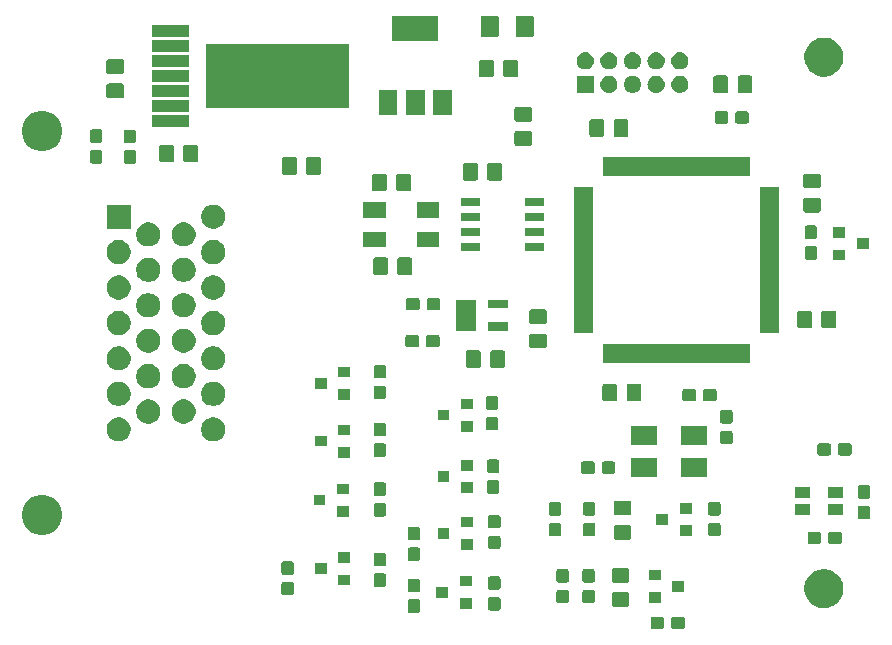
<source format=gbr>
G04 #@! TF.GenerationSoftware,KiCad,Pcbnew,(5.1.2-1)-1*
G04 #@! TF.CreationDate,2019-06-03T10:07:55+02:00*
G04 #@! TF.ProjectId,Dash,44617368-2e6b-4696-9361-645f70636258,rev?*
G04 #@! TF.SameCoordinates,Original*
G04 #@! TF.FileFunction,Soldermask,Top*
G04 #@! TF.FilePolarity,Negative*
%FSLAX46Y46*%
G04 Gerber Fmt 4.6, Leading zero omitted, Abs format (unit mm)*
G04 Created by KiCad (PCBNEW (5.1.2-1)-1) date 2019-06-03 10:07:55*
%MOMM*%
%LPD*%
G04 APERTURE LIST*
%ADD10C,0.100000*%
G04 APERTURE END LIST*
D10*
G36*
X159069499Y-103768445D02*
G01*
X159106995Y-103779820D01*
X159141554Y-103798292D01*
X159171847Y-103823153D01*
X159196708Y-103853446D01*
X159215180Y-103888005D01*
X159226555Y-103925501D01*
X159231000Y-103970638D01*
X159231000Y-104609362D01*
X159226555Y-104654499D01*
X159215180Y-104691995D01*
X159196708Y-104726554D01*
X159171847Y-104756847D01*
X159141554Y-104781708D01*
X159106995Y-104800180D01*
X159069499Y-104811555D01*
X159024362Y-104816000D01*
X158285638Y-104816000D01*
X158240501Y-104811555D01*
X158203005Y-104800180D01*
X158168446Y-104781708D01*
X158138153Y-104756847D01*
X158113292Y-104726554D01*
X158094820Y-104691995D01*
X158083445Y-104654499D01*
X158079000Y-104609362D01*
X158079000Y-103970638D01*
X158083445Y-103925501D01*
X158094820Y-103888005D01*
X158113292Y-103853446D01*
X158138153Y-103823153D01*
X158168446Y-103798292D01*
X158203005Y-103779820D01*
X158240501Y-103768445D01*
X158285638Y-103764000D01*
X159024362Y-103764000D01*
X159069499Y-103768445D01*
X159069499Y-103768445D01*
G37*
G36*
X157319499Y-103768445D02*
G01*
X157356995Y-103779820D01*
X157391554Y-103798292D01*
X157421847Y-103823153D01*
X157446708Y-103853446D01*
X157465180Y-103888005D01*
X157476555Y-103925501D01*
X157481000Y-103970638D01*
X157481000Y-104609362D01*
X157476555Y-104654499D01*
X157465180Y-104691995D01*
X157446708Y-104726554D01*
X157421847Y-104756847D01*
X157391554Y-104781708D01*
X157356995Y-104800180D01*
X157319499Y-104811555D01*
X157274362Y-104816000D01*
X156535638Y-104816000D01*
X156490501Y-104811555D01*
X156453005Y-104800180D01*
X156418446Y-104781708D01*
X156388153Y-104756847D01*
X156363292Y-104726554D01*
X156344820Y-104691995D01*
X156333445Y-104654499D01*
X156329000Y-104609362D01*
X156329000Y-103970638D01*
X156333445Y-103925501D01*
X156344820Y-103888005D01*
X156363292Y-103853446D01*
X156388153Y-103823153D01*
X156418446Y-103798292D01*
X156453005Y-103779820D01*
X156490501Y-103768445D01*
X156535638Y-103764000D01*
X157274362Y-103764000D01*
X157319499Y-103768445D01*
X157319499Y-103768445D01*
G37*
G36*
X136664499Y-102303445D02*
G01*
X136701995Y-102314820D01*
X136736554Y-102333292D01*
X136766847Y-102358153D01*
X136791708Y-102388446D01*
X136810180Y-102423005D01*
X136821555Y-102460501D01*
X136826000Y-102505638D01*
X136826000Y-103244362D01*
X136821555Y-103289499D01*
X136810180Y-103326995D01*
X136791708Y-103361554D01*
X136766847Y-103391847D01*
X136736554Y-103416708D01*
X136701995Y-103435180D01*
X136664499Y-103446555D01*
X136619362Y-103451000D01*
X135980638Y-103451000D01*
X135935501Y-103446555D01*
X135898005Y-103435180D01*
X135863446Y-103416708D01*
X135833153Y-103391847D01*
X135808292Y-103361554D01*
X135789820Y-103326995D01*
X135778445Y-103289499D01*
X135774000Y-103244362D01*
X135774000Y-102505638D01*
X135778445Y-102460501D01*
X135789820Y-102423005D01*
X135808292Y-102388446D01*
X135833153Y-102358153D01*
X135863446Y-102333292D01*
X135898005Y-102314820D01*
X135935501Y-102303445D01*
X135980638Y-102299000D01*
X136619362Y-102299000D01*
X136664499Y-102303445D01*
X136664499Y-102303445D01*
G37*
G36*
X143464499Y-102103445D02*
G01*
X143501995Y-102114820D01*
X143536554Y-102133292D01*
X143566847Y-102158153D01*
X143591708Y-102188446D01*
X143610180Y-102223005D01*
X143621555Y-102260501D01*
X143626000Y-102305638D01*
X143626000Y-103044362D01*
X143621555Y-103089499D01*
X143610180Y-103126995D01*
X143591708Y-103161554D01*
X143566847Y-103191847D01*
X143536554Y-103216708D01*
X143501995Y-103235180D01*
X143464499Y-103246555D01*
X143419362Y-103251000D01*
X142780638Y-103251000D01*
X142735501Y-103246555D01*
X142698005Y-103235180D01*
X142663446Y-103216708D01*
X142633153Y-103191847D01*
X142608292Y-103161554D01*
X142589820Y-103126995D01*
X142578445Y-103089499D01*
X142574000Y-103044362D01*
X142574000Y-102305638D01*
X142578445Y-102260501D01*
X142589820Y-102223005D01*
X142608292Y-102188446D01*
X142633153Y-102158153D01*
X142663446Y-102133292D01*
X142698005Y-102114820D01*
X142735501Y-102103445D01*
X142780638Y-102099000D01*
X143419362Y-102099000D01*
X143464499Y-102103445D01*
X143464499Y-102103445D01*
G37*
G36*
X141201000Y-103101000D02*
G01*
X140199000Y-103101000D01*
X140199000Y-102199000D01*
X141201000Y-102199000D01*
X141201000Y-103101000D01*
X141201000Y-103101000D01*
G37*
G36*
X171335163Y-99783323D02*
G01*
X171481579Y-99812447D01*
X171782042Y-99936903D01*
X172052451Y-100117585D01*
X172282415Y-100347549D01*
X172439934Y-100583292D01*
X172463098Y-100617960D01*
X172493352Y-100691000D01*
X172587553Y-100918421D01*
X172600896Y-100985501D01*
X172651000Y-101237389D01*
X172651000Y-101562611D01*
X172619004Y-101723466D01*
X172587553Y-101881579D01*
X172463097Y-102182042D01*
X172282415Y-102452451D01*
X172052451Y-102682415D01*
X171782042Y-102863097D01*
X171782041Y-102863098D01*
X171782040Y-102863098D01*
X171704705Y-102895131D01*
X171481579Y-102987553D01*
X171375256Y-103008702D01*
X171162611Y-103051000D01*
X170837389Y-103051000D01*
X170624744Y-103008702D01*
X170518421Y-102987553D01*
X170295295Y-102895131D01*
X170217960Y-102863098D01*
X170217959Y-102863098D01*
X170217958Y-102863097D01*
X169947549Y-102682415D01*
X169717585Y-102452451D01*
X169536903Y-102182042D01*
X169412447Y-101881579D01*
X169380996Y-101723466D01*
X169349000Y-101562611D01*
X169349000Y-101237389D01*
X169399104Y-100985501D01*
X169412447Y-100918421D01*
X169506648Y-100691000D01*
X169536902Y-100617960D01*
X169560066Y-100583292D01*
X169717585Y-100347549D01*
X169947549Y-100117585D01*
X170217958Y-99936903D01*
X170518421Y-99812447D01*
X170664837Y-99783323D01*
X170837389Y-99749000D01*
X171162611Y-99749000D01*
X171335163Y-99783323D01*
X171335163Y-99783323D01*
G37*
G36*
X154368674Y-101693465D02*
G01*
X154406367Y-101704899D01*
X154441103Y-101723466D01*
X154471548Y-101748452D01*
X154496534Y-101778897D01*
X154515101Y-101813633D01*
X154526535Y-101851326D01*
X154531000Y-101896661D01*
X154531000Y-102733339D01*
X154526535Y-102778674D01*
X154515101Y-102816367D01*
X154496534Y-102851103D01*
X154471548Y-102881548D01*
X154441103Y-102906534D01*
X154406367Y-102925101D01*
X154368674Y-102936535D01*
X154323339Y-102941000D01*
X153236661Y-102941000D01*
X153191326Y-102936535D01*
X153153633Y-102925101D01*
X153118897Y-102906534D01*
X153088452Y-102881548D01*
X153063466Y-102851103D01*
X153044899Y-102816367D01*
X153033465Y-102778674D01*
X153029000Y-102733339D01*
X153029000Y-101896661D01*
X153033465Y-101851326D01*
X153044899Y-101813633D01*
X153063466Y-101778897D01*
X153088452Y-101748452D01*
X153118897Y-101723466D01*
X153153633Y-101704899D01*
X153191326Y-101693465D01*
X153236661Y-101689000D01*
X154323339Y-101689000D01*
X154368674Y-101693465D01*
X154368674Y-101693465D01*
G37*
G36*
X151444499Y-101493445D02*
G01*
X151481995Y-101504820D01*
X151516554Y-101523292D01*
X151546847Y-101548153D01*
X151571708Y-101578446D01*
X151590180Y-101613005D01*
X151601555Y-101650501D01*
X151606000Y-101695638D01*
X151606000Y-102434362D01*
X151601555Y-102479499D01*
X151590180Y-102516995D01*
X151571708Y-102551554D01*
X151546847Y-102581847D01*
X151516554Y-102606708D01*
X151481995Y-102625180D01*
X151444499Y-102636555D01*
X151399362Y-102641000D01*
X150760638Y-102641000D01*
X150715501Y-102636555D01*
X150678005Y-102625180D01*
X150643446Y-102606708D01*
X150613153Y-102581847D01*
X150588292Y-102551554D01*
X150569820Y-102516995D01*
X150558445Y-102479499D01*
X150554000Y-102434362D01*
X150554000Y-101695638D01*
X150558445Y-101650501D01*
X150569820Y-101613005D01*
X150588292Y-101578446D01*
X150613153Y-101548153D01*
X150643446Y-101523292D01*
X150678005Y-101504820D01*
X150715501Y-101493445D01*
X150760638Y-101489000D01*
X151399362Y-101489000D01*
X151444499Y-101493445D01*
X151444499Y-101493445D01*
G37*
G36*
X149244499Y-101493445D02*
G01*
X149281995Y-101504820D01*
X149316554Y-101523292D01*
X149346847Y-101548153D01*
X149371708Y-101578446D01*
X149390180Y-101613005D01*
X149401555Y-101650501D01*
X149406000Y-101695638D01*
X149406000Y-102434362D01*
X149401555Y-102479499D01*
X149390180Y-102516995D01*
X149371708Y-102551554D01*
X149346847Y-102581847D01*
X149316554Y-102606708D01*
X149281995Y-102625180D01*
X149244499Y-102636555D01*
X149199362Y-102641000D01*
X148560638Y-102641000D01*
X148515501Y-102636555D01*
X148478005Y-102625180D01*
X148443446Y-102606708D01*
X148413153Y-102581847D01*
X148388292Y-102551554D01*
X148369820Y-102516995D01*
X148358445Y-102479499D01*
X148354000Y-102434362D01*
X148354000Y-101695638D01*
X148358445Y-101650501D01*
X148369820Y-101613005D01*
X148388292Y-101578446D01*
X148413153Y-101548153D01*
X148443446Y-101523292D01*
X148478005Y-101504820D01*
X148515501Y-101493445D01*
X148560638Y-101489000D01*
X149199362Y-101489000D01*
X149244499Y-101493445D01*
X149244499Y-101493445D01*
G37*
G36*
X157181000Y-102591000D02*
G01*
X156179000Y-102591000D01*
X156179000Y-101689000D01*
X157181000Y-101689000D01*
X157181000Y-102591000D01*
X157181000Y-102591000D01*
G37*
G36*
X139201000Y-102151000D02*
G01*
X138199000Y-102151000D01*
X138199000Y-101249000D01*
X139201000Y-101249000D01*
X139201000Y-102151000D01*
X139201000Y-102151000D01*
G37*
G36*
X125964499Y-100828445D02*
G01*
X126001995Y-100839820D01*
X126036554Y-100858292D01*
X126066847Y-100883153D01*
X126091708Y-100913446D01*
X126110180Y-100948005D01*
X126121555Y-100985501D01*
X126126000Y-101030638D01*
X126126000Y-101769362D01*
X126121555Y-101814499D01*
X126110180Y-101851995D01*
X126091708Y-101886554D01*
X126066847Y-101916847D01*
X126036554Y-101941708D01*
X126001995Y-101960180D01*
X125964499Y-101971555D01*
X125919362Y-101976000D01*
X125280638Y-101976000D01*
X125235501Y-101971555D01*
X125198005Y-101960180D01*
X125163446Y-101941708D01*
X125133153Y-101916847D01*
X125108292Y-101886554D01*
X125089820Y-101851995D01*
X125078445Y-101814499D01*
X125074000Y-101769362D01*
X125074000Y-101030638D01*
X125078445Y-100985501D01*
X125089820Y-100948005D01*
X125108292Y-100913446D01*
X125133153Y-100883153D01*
X125163446Y-100858292D01*
X125198005Y-100839820D01*
X125235501Y-100828445D01*
X125280638Y-100824000D01*
X125919362Y-100824000D01*
X125964499Y-100828445D01*
X125964499Y-100828445D01*
G37*
G36*
X136664499Y-100553445D02*
G01*
X136701995Y-100564820D01*
X136736554Y-100583292D01*
X136766847Y-100608153D01*
X136791708Y-100638446D01*
X136810180Y-100673005D01*
X136821555Y-100710501D01*
X136826000Y-100755638D01*
X136826000Y-101494362D01*
X136821555Y-101539499D01*
X136810180Y-101576995D01*
X136791708Y-101611554D01*
X136766847Y-101641847D01*
X136736554Y-101666708D01*
X136701995Y-101685180D01*
X136664499Y-101696555D01*
X136619362Y-101701000D01*
X135980638Y-101701000D01*
X135935501Y-101696555D01*
X135898005Y-101685180D01*
X135863446Y-101666708D01*
X135833153Y-101641847D01*
X135808292Y-101611554D01*
X135789820Y-101576995D01*
X135778445Y-101539499D01*
X135774000Y-101494362D01*
X135774000Y-100755638D01*
X135778445Y-100710501D01*
X135789820Y-100673005D01*
X135808292Y-100638446D01*
X135833153Y-100608153D01*
X135863446Y-100583292D01*
X135898005Y-100564820D01*
X135935501Y-100553445D01*
X135980638Y-100549000D01*
X136619362Y-100549000D01*
X136664499Y-100553445D01*
X136664499Y-100553445D01*
G37*
G36*
X159181000Y-101641000D02*
G01*
X158179000Y-101641000D01*
X158179000Y-100739000D01*
X159181000Y-100739000D01*
X159181000Y-101641000D01*
X159181000Y-101641000D01*
G37*
G36*
X143464499Y-100353445D02*
G01*
X143501995Y-100364820D01*
X143536554Y-100383292D01*
X143566847Y-100408153D01*
X143591708Y-100438446D01*
X143610180Y-100473005D01*
X143621555Y-100510501D01*
X143626000Y-100555638D01*
X143626000Y-101294362D01*
X143621555Y-101339499D01*
X143610180Y-101376995D01*
X143591708Y-101411554D01*
X143566847Y-101441847D01*
X143536554Y-101466708D01*
X143501995Y-101485180D01*
X143464499Y-101496555D01*
X143419362Y-101501000D01*
X142780638Y-101501000D01*
X142735501Y-101496555D01*
X142698005Y-101485180D01*
X142663446Y-101466708D01*
X142633153Y-101441847D01*
X142608292Y-101411554D01*
X142589820Y-101376995D01*
X142578445Y-101339499D01*
X142574000Y-101294362D01*
X142574000Y-100555638D01*
X142578445Y-100510501D01*
X142589820Y-100473005D01*
X142608292Y-100438446D01*
X142633153Y-100408153D01*
X142663446Y-100383292D01*
X142698005Y-100364820D01*
X142735501Y-100353445D01*
X142780638Y-100349000D01*
X143419362Y-100349000D01*
X143464499Y-100353445D01*
X143464499Y-100353445D01*
G37*
G36*
X133764499Y-100103445D02*
G01*
X133801995Y-100114820D01*
X133836554Y-100133292D01*
X133866847Y-100158153D01*
X133891708Y-100188446D01*
X133910180Y-100223005D01*
X133921555Y-100260501D01*
X133926000Y-100305638D01*
X133926000Y-101044362D01*
X133921555Y-101089499D01*
X133910180Y-101126995D01*
X133891708Y-101161554D01*
X133866847Y-101191847D01*
X133836554Y-101216708D01*
X133801995Y-101235180D01*
X133764499Y-101246555D01*
X133719362Y-101251000D01*
X133080638Y-101251000D01*
X133035501Y-101246555D01*
X132998005Y-101235180D01*
X132963446Y-101216708D01*
X132933153Y-101191847D01*
X132908292Y-101161554D01*
X132889820Y-101126995D01*
X132878445Y-101089499D01*
X132874000Y-101044362D01*
X132874000Y-100305638D01*
X132878445Y-100260501D01*
X132889820Y-100223005D01*
X132908292Y-100188446D01*
X132933153Y-100158153D01*
X132963446Y-100133292D01*
X132998005Y-100114820D01*
X133035501Y-100103445D01*
X133080638Y-100099000D01*
X133719362Y-100099000D01*
X133764499Y-100103445D01*
X133764499Y-100103445D01*
G37*
G36*
X141201000Y-101201000D02*
G01*
X140199000Y-101201000D01*
X140199000Y-100299000D01*
X141201000Y-100299000D01*
X141201000Y-101201000D01*
X141201000Y-101201000D01*
G37*
G36*
X130901000Y-101101000D02*
G01*
X129899000Y-101101000D01*
X129899000Y-100199000D01*
X130901000Y-100199000D01*
X130901000Y-101101000D01*
X130901000Y-101101000D01*
G37*
G36*
X154368674Y-99643465D02*
G01*
X154406367Y-99654899D01*
X154441103Y-99673466D01*
X154471548Y-99698452D01*
X154496534Y-99728897D01*
X154515101Y-99763633D01*
X154526535Y-99801326D01*
X154531000Y-99846661D01*
X154531000Y-100683339D01*
X154526535Y-100728674D01*
X154515101Y-100766367D01*
X154496534Y-100801103D01*
X154471548Y-100831548D01*
X154441103Y-100856534D01*
X154406367Y-100875101D01*
X154368674Y-100886535D01*
X154323339Y-100891000D01*
X153236661Y-100891000D01*
X153191326Y-100886535D01*
X153153633Y-100875101D01*
X153118897Y-100856534D01*
X153088452Y-100831548D01*
X153063466Y-100801103D01*
X153044899Y-100766367D01*
X153033465Y-100728674D01*
X153029000Y-100683339D01*
X153029000Y-99846661D01*
X153033465Y-99801326D01*
X153044899Y-99763633D01*
X153063466Y-99728897D01*
X153088452Y-99698452D01*
X153118897Y-99673466D01*
X153153633Y-99654899D01*
X153191326Y-99643465D01*
X153236661Y-99639000D01*
X154323339Y-99639000D01*
X154368674Y-99643465D01*
X154368674Y-99643465D01*
G37*
G36*
X151444499Y-99743445D02*
G01*
X151481995Y-99754820D01*
X151516554Y-99773292D01*
X151546847Y-99798153D01*
X151571708Y-99828446D01*
X151590180Y-99863005D01*
X151601555Y-99900501D01*
X151606000Y-99945638D01*
X151606000Y-100684362D01*
X151601555Y-100729499D01*
X151590180Y-100766995D01*
X151571708Y-100801554D01*
X151546847Y-100831847D01*
X151516554Y-100856708D01*
X151481995Y-100875180D01*
X151444499Y-100886555D01*
X151399362Y-100891000D01*
X150760638Y-100891000D01*
X150715501Y-100886555D01*
X150678005Y-100875180D01*
X150643446Y-100856708D01*
X150613153Y-100831847D01*
X150588292Y-100801554D01*
X150569820Y-100766995D01*
X150558445Y-100729499D01*
X150554000Y-100684362D01*
X150554000Y-99945638D01*
X150558445Y-99900501D01*
X150569820Y-99863005D01*
X150588292Y-99828446D01*
X150613153Y-99798153D01*
X150643446Y-99773292D01*
X150678005Y-99754820D01*
X150715501Y-99743445D01*
X150760638Y-99739000D01*
X151399362Y-99739000D01*
X151444499Y-99743445D01*
X151444499Y-99743445D01*
G37*
G36*
X149244499Y-99743445D02*
G01*
X149281995Y-99754820D01*
X149316554Y-99773292D01*
X149346847Y-99798153D01*
X149371708Y-99828446D01*
X149390180Y-99863005D01*
X149401555Y-99900501D01*
X149406000Y-99945638D01*
X149406000Y-100684362D01*
X149401555Y-100729499D01*
X149390180Y-100766995D01*
X149371708Y-100801554D01*
X149346847Y-100831847D01*
X149316554Y-100856708D01*
X149281995Y-100875180D01*
X149244499Y-100886555D01*
X149199362Y-100891000D01*
X148560638Y-100891000D01*
X148515501Y-100886555D01*
X148478005Y-100875180D01*
X148443446Y-100856708D01*
X148413153Y-100831847D01*
X148388292Y-100801554D01*
X148369820Y-100766995D01*
X148358445Y-100729499D01*
X148354000Y-100684362D01*
X148354000Y-99945638D01*
X148358445Y-99900501D01*
X148369820Y-99863005D01*
X148388292Y-99828446D01*
X148413153Y-99798153D01*
X148443446Y-99773292D01*
X148478005Y-99754820D01*
X148515501Y-99743445D01*
X148560638Y-99739000D01*
X149199362Y-99739000D01*
X149244499Y-99743445D01*
X149244499Y-99743445D01*
G37*
G36*
X157181000Y-100691000D02*
G01*
X156179000Y-100691000D01*
X156179000Y-99789000D01*
X157181000Y-99789000D01*
X157181000Y-100691000D01*
X157181000Y-100691000D01*
G37*
G36*
X125964499Y-99078445D02*
G01*
X126001995Y-99089820D01*
X126036554Y-99108292D01*
X126066847Y-99133153D01*
X126091708Y-99163446D01*
X126110180Y-99198005D01*
X126121555Y-99235501D01*
X126126000Y-99280638D01*
X126126000Y-100019362D01*
X126121555Y-100064499D01*
X126110180Y-100101995D01*
X126091708Y-100136554D01*
X126066847Y-100166847D01*
X126036554Y-100191708D01*
X126001995Y-100210180D01*
X125964499Y-100221555D01*
X125919362Y-100226000D01*
X125280638Y-100226000D01*
X125235501Y-100221555D01*
X125198005Y-100210180D01*
X125163446Y-100191708D01*
X125133153Y-100166847D01*
X125108292Y-100136554D01*
X125089820Y-100101995D01*
X125078445Y-100064499D01*
X125074000Y-100019362D01*
X125074000Y-99280638D01*
X125078445Y-99235501D01*
X125089820Y-99198005D01*
X125108292Y-99163446D01*
X125133153Y-99133153D01*
X125163446Y-99108292D01*
X125198005Y-99089820D01*
X125235501Y-99078445D01*
X125280638Y-99074000D01*
X125919362Y-99074000D01*
X125964499Y-99078445D01*
X125964499Y-99078445D01*
G37*
G36*
X128901000Y-100151000D02*
G01*
X127899000Y-100151000D01*
X127899000Y-99249000D01*
X128901000Y-99249000D01*
X128901000Y-100151000D01*
X128901000Y-100151000D01*
G37*
G36*
X133764499Y-98353445D02*
G01*
X133801995Y-98364820D01*
X133836554Y-98383292D01*
X133866847Y-98408153D01*
X133891708Y-98438446D01*
X133910180Y-98473005D01*
X133921555Y-98510501D01*
X133926000Y-98555638D01*
X133926000Y-99294362D01*
X133921555Y-99339499D01*
X133910180Y-99376995D01*
X133891708Y-99411554D01*
X133866847Y-99441847D01*
X133836554Y-99466708D01*
X133801995Y-99485180D01*
X133764499Y-99496555D01*
X133719362Y-99501000D01*
X133080638Y-99501000D01*
X133035501Y-99496555D01*
X132998005Y-99485180D01*
X132963446Y-99466708D01*
X132933153Y-99441847D01*
X132908292Y-99411554D01*
X132889820Y-99376995D01*
X132878445Y-99339499D01*
X132874000Y-99294362D01*
X132874000Y-98555638D01*
X132878445Y-98510501D01*
X132889820Y-98473005D01*
X132908292Y-98438446D01*
X132933153Y-98408153D01*
X132963446Y-98383292D01*
X132998005Y-98364820D01*
X133035501Y-98353445D01*
X133080638Y-98349000D01*
X133719362Y-98349000D01*
X133764499Y-98353445D01*
X133764499Y-98353445D01*
G37*
G36*
X130901000Y-99201000D02*
G01*
X129899000Y-99201000D01*
X129899000Y-98299000D01*
X130901000Y-98299000D01*
X130901000Y-99201000D01*
X130901000Y-99201000D01*
G37*
G36*
X136664499Y-97903445D02*
G01*
X136701995Y-97914820D01*
X136736554Y-97933292D01*
X136766847Y-97958153D01*
X136791708Y-97988446D01*
X136810180Y-98023005D01*
X136821555Y-98060501D01*
X136826000Y-98105638D01*
X136826000Y-98844362D01*
X136821555Y-98889499D01*
X136810180Y-98926995D01*
X136791708Y-98961554D01*
X136766847Y-98991847D01*
X136736554Y-99016708D01*
X136701995Y-99035180D01*
X136664499Y-99046555D01*
X136619362Y-99051000D01*
X135980638Y-99051000D01*
X135935501Y-99046555D01*
X135898005Y-99035180D01*
X135863446Y-99016708D01*
X135833153Y-98991847D01*
X135808292Y-98961554D01*
X135789820Y-98926995D01*
X135778445Y-98889499D01*
X135774000Y-98844362D01*
X135774000Y-98105638D01*
X135778445Y-98060501D01*
X135789820Y-98023005D01*
X135808292Y-97988446D01*
X135833153Y-97958153D01*
X135863446Y-97933292D01*
X135898005Y-97914820D01*
X135935501Y-97903445D01*
X135980638Y-97899000D01*
X136619362Y-97899000D01*
X136664499Y-97903445D01*
X136664499Y-97903445D01*
G37*
G36*
X141301000Y-98101000D02*
G01*
X140299000Y-98101000D01*
X140299000Y-97199000D01*
X141301000Y-97199000D01*
X141301000Y-98101000D01*
X141301000Y-98101000D01*
G37*
G36*
X143464499Y-96903445D02*
G01*
X143501995Y-96914820D01*
X143536554Y-96933292D01*
X143566847Y-96958153D01*
X143591708Y-96988446D01*
X143610180Y-97023005D01*
X143621555Y-97060501D01*
X143626000Y-97105638D01*
X143626000Y-97844362D01*
X143621555Y-97889499D01*
X143610180Y-97926995D01*
X143591708Y-97961554D01*
X143566847Y-97991847D01*
X143536554Y-98016708D01*
X143501995Y-98035180D01*
X143464499Y-98046555D01*
X143419362Y-98051000D01*
X142780638Y-98051000D01*
X142735501Y-98046555D01*
X142698005Y-98035180D01*
X142663446Y-98016708D01*
X142633153Y-97991847D01*
X142608292Y-97961554D01*
X142589820Y-97926995D01*
X142578445Y-97889499D01*
X142574000Y-97844362D01*
X142574000Y-97105638D01*
X142578445Y-97060501D01*
X142589820Y-97023005D01*
X142608292Y-96988446D01*
X142633153Y-96958153D01*
X142663446Y-96933292D01*
X142698005Y-96914820D01*
X142735501Y-96903445D01*
X142780638Y-96899000D01*
X143419362Y-96899000D01*
X143464499Y-96903445D01*
X143464499Y-96903445D01*
G37*
G36*
X172364499Y-96578445D02*
G01*
X172401995Y-96589820D01*
X172436554Y-96608292D01*
X172466847Y-96633153D01*
X172491708Y-96663446D01*
X172510180Y-96698005D01*
X172521555Y-96735501D01*
X172526000Y-96780638D01*
X172526000Y-97419362D01*
X172521555Y-97464499D01*
X172510180Y-97501995D01*
X172491708Y-97536554D01*
X172466847Y-97566847D01*
X172436554Y-97591708D01*
X172401995Y-97610180D01*
X172364499Y-97621555D01*
X172319362Y-97626000D01*
X171580638Y-97626000D01*
X171535501Y-97621555D01*
X171498005Y-97610180D01*
X171463446Y-97591708D01*
X171433153Y-97566847D01*
X171408292Y-97536554D01*
X171389820Y-97501995D01*
X171378445Y-97464499D01*
X171374000Y-97419362D01*
X171374000Y-96780638D01*
X171378445Y-96735501D01*
X171389820Y-96698005D01*
X171408292Y-96663446D01*
X171433153Y-96633153D01*
X171463446Y-96608292D01*
X171498005Y-96589820D01*
X171535501Y-96578445D01*
X171580638Y-96574000D01*
X172319362Y-96574000D01*
X172364499Y-96578445D01*
X172364499Y-96578445D01*
G37*
G36*
X170614499Y-96578445D02*
G01*
X170651995Y-96589820D01*
X170686554Y-96608292D01*
X170716847Y-96633153D01*
X170741708Y-96663446D01*
X170760180Y-96698005D01*
X170771555Y-96735501D01*
X170776000Y-96780638D01*
X170776000Y-97419362D01*
X170771555Y-97464499D01*
X170760180Y-97501995D01*
X170741708Y-97536554D01*
X170716847Y-97566847D01*
X170686554Y-97591708D01*
X170651995Y-97610180D01*
X170614499Y-97621555D01*
X170569362Y-97626000D01*
X169830638Y-97626000D01*
X169785501Y-97621555D01*
X169748005Y-97610180D01*
X169713446Y-97591708D01*
X169683153Y-97566847D01*
X169658292Y-97536554D01*
X169639820Y-97501995D01*
X169628445Y-97464499D01*
X169624000Y-97419362D01*
X169624000Y-96780638D01*
X169628445Y-96735501D01*
X169639820Y-96698005D01*
X169658292Y-96663446D01*
X169683153Y-96633153D01*
X169713446Y-96608292D01*
X169748005Y-96589820D01*
X169785501Y-96578445D01*
X169830638Y-96574000D01*
X170569362Y-96574000D01*
X170614499Y-96578445D01*
X170614499Y-96578445D01*
G37*
G36*
X136664499Y-96153445D02*
G01*
X136701995Y-96164820D01*
X136736554Y-96183292D01*
X136766847Y-96208153D01*
X136791708Y-96238446D01*
X136810180Y-96273005D01*
X136821555Y-96310501D01*
X136826000Y-96355638D01*
X136826000Y-97094362D01*
X136821555Y-97139499D01*
X136810180Y-97176995D01*
X136791708Y-97211554D01*
X136766847Y-97241847D01*
X136736554Y-97266708D01*
X136701995Y-97285180D01*
X136664499Y-97296555D01*
X136619362Y-97301000D01*
X135980638Y-97301000D01*
X135935501Y-97296555D01*
X135898005Y-97285180D01*
X135863446Y-97266708D01*
X135833153Y-97241847D01*
X135808292Y-97211554D01*
X135789820Y-97176995D01*
X135778445Y-97139499D01*
X135774000Y-97094362D01*
X135774000Y-96355638D01*
X135778445Y-96310501D01*
X135789820Y-96273005D01*
X135808292Y-96238446D01*
X135833153Y-96208153D01*
X135863446Y-96183292D01*
X135898005Y-96164820D01*
X135935501Y-96153445D01*
X135980638Y-96149000D01*
X136619362Y-96149000D01*
X136664499Y-96153445D01*
X136664499Y-96153445D01*
G37*
G36*
X154538674Y-96003465D02*
G01*
X154576367Y-96014899D01*
X154611103Y-96033466D01*
X154641548Y-96058452D01*
X154666534Y-96088897D01*
X154685101Y-96123633D01*
X154696535Y-96161326D01*
X154701000Y-96206661D01*
X154701000Y-97043339D01*
X154696535Y-97088674D01*
X154685101Y-97126367D01*
X154666534Y-97161103D01*
X154641548Y-97191548D01*
X154611103Y-97216534D01*
X154576367Y-97235101D01*
X154538674Y-97246535D01*
X154493339Y-97251000D01*
X153406661Y-97251000D01*
X153361326Y-97246535D01*
X153323633Y-97235101D01*
X153288897Y-97216534D01*
X153258452Y-97191548D01*
X153233466Y-97161103D01*
X153214899Y-97126367D01*
X153203465Y-97088674D01*
X153199000Y-97043339D01*
X153199000Y-96206661D01*
X153203465Y-96161326D01*
X153214899Y-96123633D01*
X153233466Y-96088897D01*
X153258452Y-96058452D01*
X153288897Y-96033466D01*
X153323633Y-96014899D01*
X153361326Y-96003465D01*
X153406661Y-95999000D01*
X154493339Y-95999000D01*
X154538674Y-96003465D01*
X154538674Y-96003465D01*
G37*
G36*
X139301000Y-97151000D02*
G01*
X138299000Y-97151000D01*
X138299000Y-96249000D01*
X139301000Y-96249000D01*
X139301000Y-97151000D01*
X139301000Y-97151000D01*
G37*
G36*
X148594499Y-95828445D02*
G01*
X148631995Y-95839820D01*
X148666554Y-95858292D01*
X148696847Y-95883153D01*
X148721708Y-95913446D01*
X148740180Y-95948005D01*
X148751555Y-95985501D01*
X148756000Y-96030638D01*
X148756000Y-96769362D01*
X148751555Y-96814499D01*
X148740180Y-96851995D01*
X148721708Y-96886554D01*
X148696847Y-96916847D01*
X148666554Y-96941708D01*
X148631995Y-96960180D01*
X148594499Y-96971555D01*
X148549362Y-96976000D01*
X147910638Y-96976000D01*
X147865501Y-96971555D01*
X147828005Y-96960180D01*
X147793446Y-96941708D01*
X147763153Y-96916847D01*
X147738292Y-96886554D01*
X147719820Y-96851995D01*
X147708445Y-96814499D01*
X147704000Y-96769362D01*
X147704000Y-96030638D01*
X147708445Y-95985501D01*
X147719820Y-95948005D01*
X147738292Y-95913446D01*
X147763153Y-95883153D01*
X147793446Y-95858292D01*
X147828005Y-95839820D01*
X147865501Y-95828445D01*
X147910638Y-95824000D01*
X148549362Y-95824000D01*
X148594499Y-95828445D01*
X148594499Y-95828445D01*
G37*
G36*
X162104499Y-95813445D02*
G01*
X162141995Y-95824820D01*
X162176554Y-95843292D01*
X162206847Y-95868153D01*
X162231708Y-95898446D01*
X162250180Y-95933005D01*
X162261555Y-95970501D01*
X162266000Y-96015638D01*
X162266000Y-96754362D01*
X162261555Y-96799499D01*
X162250180Y-96836995D01*
X162231708Y-96871554D01*
X162206847Y-96901847D01*
X162176554Y-96926708D01*
X162141995Y-96945180D01*
X162104499Y-96956555D01*
X162059362Y-96961000D01*
X161420638Y-96961000D01*
X161375501Y-96956555D01*
X161338005Y-96945180D01*
X161303446Y-96926708D01*
X161273153Y-96901847D01*
X161248292Y-96871554D01*
X161229820Y-96836995D01*
X161218445Y-96799499D01*
X161214000Y-96754362D01*
X161214000Y-96015638D01*
X161218445Y-95970501D01*
X161229820Y-95933005D01*
X161248292Y-95898446D01*
X161273153Y-95868153D01*
X161303446Y-95843292D01*
X161338005Y-95824820D01*
X161375501Y-95813445D01*
X161420638Y-95809000D01*
X162059362Y-95809000D01*
X162104499Y-95813445D01*
X162104499Y-95813445D01*
G37*
G36*
X151504499Y-95813445D02*
G01*
X151541995Y-95824820D01*
X151576554Y-95843292D01*
X151606847Y-95868153D01*
X151631708Y-95898446D01*
X151650180Y-95933005D01*
X151661555Y-95970501D01*
X151666000Y-96015638D01*
X151666000Y-96754362D01*
X151661555Y-96799499D01*
X151650180Y-96836995D01*
X151631708Y-96871554D01*
X151606847Y-96901847D01*
X151576554Y-96926708D01*
X151541995Y-96945180D01*
X151504499Y-96956555D01*
X151459362Y-96961000D01*
X150820638Y-96961000D01*
X150775501Y-96956555D01*
X150738005Y-96945180D01*
X150703446Y-96926708D01*
X150673153Y-96901847D01*
X150648292Y-96871554D01*
X150629820Y-96836995D01*
X150618445Y-96799499D01*
X150614000Y-96754362D01*
X150614000Y-96015638D01*
X150618445Y-95970501D01*
X150629820Y-95933005D01*
X150648292Y-95898446D01*
X150673153Y-95868153D01*
X150703446Y-95843292D01*
X150738005Y-95824820D01*
X150775501Y-95813445D01*
X150820638Y-95809000D01*
X151459362Y-95809000D01*
X151504499Y-95813445D01*
X151504499Y-95813445D01*
G37*
G36*
X159801000Y-96951000D02*
G01*
X158799000Y-96951000D01*
X158799000Y-96049000D01*
X159801000Y-96049000D01*
X159801000Y-96951000D01*
X159801000Y-96951000D01*
G37*
G36*
X105296162Y-93514368D02*
G01*
X105605724Y-93642593D01*
X105605725Y-93642594D01*
X105884324Y-93828747D01*
X106121253Y-94065676D01*
X106224703Y-94220501D01*
X106307407Y-94344276D01*
X106435632Y-94653838D01*
X106501000Y-94982465D01*
X106501000Y-95317535D01*
X106435632Y-95646162D01*
X106307407Y-95955724D01*
X106263997Y-96020691D01*
X106121253Y-96234324D01*
X105884324Y-96471253D01*
X105723899Y-96578445D01*
X105605724Y-96657407D01*
X105296162Y-96785632D01*
X104967535Y-96851000D01*
X104632465Y-96851000D01*
X104303838Y-96785632D01*
X103994276Y-96657407D01*
X103876101Y-96578445D01*
X103715676Y-96471253D01*
X103478747Y-96234324D01*
X103336003Y-96020691D01*
X103292593Y-95955724D01*
X103164368Y-95646162D01*
X103099000Y-95317535D01*
X103099000Y-94982465D01*
X103164368Y-94653838D01*
X103292593Y-94344276D01*
X103375297Y-94220501D01*
X103478747Y-94065676D01*
X103715676Y-93828747D01*
X103994275Y-93642594D01*
X103994276Y-93642593D01*
X104303838Y-93514368D01*
X104632465Y-93449000D01*
X104967535Y-93449000D01*
X105296162Y-93514368D01*
X105296162Y-93514368D01*
G37*
G36*
X143464499Y-95153445D02*
G01*
X143501995Y-95164820D01*
X143536554Y-95183292D01*
X143566847Y-95208153D01*
X143591708Y-95238446D01*
X143610180Y-95273005D01*
X143621555Y-95310501D01*
X143626000Y-95355638D01*
X143626000Y-96094362D01*
X143621555Y-96139499D01*
X143610180Y-96176995D01*
X143591708Y-96211554D01*
X143566847Y-96241847D01*
X143536554Y-96266708D01*
X143501995Y-96285180D01*
X143464499Y-96296555D01*
X143419362Y-96301000D01*
X142780638Y-96301000D01*
X142735501Y-96296555D01*
X142698005Y-96285180D01*
X142663446Y-96266708D01*
X142633153Y-96241847D01*
X142608292Y-96211554D01*
X142589820Y-96176995D01*
X142578445Y-96139499D01*
X142574000Y-96094362D01*
X142574000Y-95355638D01*
X142578445Y-95310501D01*
X142589820Y-95273005D01*
X142608292Y-95238446D01*
X142633153Y-95208153D01*
X142663446Y-95183292D01*
X142698005Y-95164820D01*
X142735501Y-95153445D01*
X142780638Y-95149000D01*
X143419362Y-95149000D01*
X143464499Y-95153445D01*
X143464499Y-95153445D01*
G37*
G36*
X141301000Y-96201000D02*
G01*
X140299000Y-96201000D01*
X140299000Y-95299000D01*
X141301000Y-95299000D01*
X141301000Y-96201000D01*
X141301000Y-96201000D01*
G37*
G36*
X157801000Y-96001000D02*
G01*
X156799000Y-96001000D01*
X156799000Y-95099000D01*
X157801000Y-95099000D01*
X157801000Y-96001000D01*
X157801000Y-96001000D01*
G37*
G36*
X174764499Y-94378445D02*
G01*
X174801995Y-94389820D01*
X174836554Y-94408292D01*
X174866847Y-94433153D01*
X174891708Y-94463446D01*
X174910180Y-94498005D01*
X174921555Y-94535501D01*
X174926000Y-94580638D01*
X174926000Y-95319362D01*
X174921555Y-95364499D01*
X174910180Y-95401995D01*
X174891708Y-95436554D01*
X174866847Y-95466847D01*
X174836554Y-95491708D01*
X174801995Y-95510180D01*
X174764499Y-95521555D01*
X174719362Y-95526000D01*
X174080638Y-95526000D01*
X174035501Y-95521555D01*
X173998005Y-95510180D01*
X173963446Y-95491708D01*
X173933153Y-95466847D01*
X173908292Y-95436554D01*
X173889820Y-95401995D01*
X173878445Y-95364499D01*
X173874000Y-95319362D01*
X173874000Y-94580638D01*
X173878445Y-94535501D01*
X173889820Y-94498005D01*
X173908292Y-94463446D01*
X173933153Y-94433153D01*
X173963446Y-94408292D01*
X173998005Y-94389820D01*
X174035501Y-94378445D01*
X174080638Y-94374000D01*
X174719362Y-94374000D01*
X174764499Y-94378445D01*
X174764499Y-94378445D01*
G37*
G36*
X130801000Y-95301000D02*
G01*
X129799000Y-95301000D01*
X129799000Y-94399000D01*
X130801000Y-94399000D01*
X130801000Y-95301000D01*
X130801000Y-95301000D01*
G37*
G36*
X133764499Y-94153445D02*
G01*
X133801995Y-94164820D01*
X133836554Y-94183292D01*
X133866847Y-94208153D01*
X133891708Y-94238446D01*
X133910180Y-94273005D01*
X133921555Y-94310501D01*
X133926000Y-94355638D01*
X133926000Y-95094362D01*
X133921555Y-95139499D01*
X133910180Y-95176995D01*
X133891708Y-95211554D01*
X133866847Y-95241847D01*
X133836554Y-95266708D01*
X133801995Y-95285180D01*
X133764499Y-95296555D01*
X133719362Y-95301000D01*
X133080638Y-95301000D01*
X133035501Y-95296555D01*
X132998005Y-95285180D01*
X132963446Y-95266708D01*
X132933153Y-95241847D01*
X132908292Y-95211554D01*
X132889820Y-95176995D01*
X132878445Y-95139499D01*
X132874000Y-95094362D01*
X132874000Y-94355638D01*
X132878445Y-94310501D01*
X132889820Y-94273005D01*
X132908292Y-94238446D01*
X132933153Y-94208153D01*
X132963446Y-94183292D01*
X132998005Y-94164820D01*
X133035501Y-94153445D01*
X133080638Y-94149000D01*
X133719362Y-94149000D01*
X133764499Y-94153445D01*
X133764499Y-94153445D01*
G37*
G36*
X148594499Y-94078445D02*
G01*
X148631995Y-94089820D01*
X148666554Y-94108292D01*
X148696847Y-94133153D01*
X148721708Y-94163446D01*
X148740180Y-94198005D01*
X148751555Y-94235501D01*
X148756000Y-94280638D01*
X148756000Y-95019362D01*
X148751555Y-95064499D01*
X148740180Y-95101995D01*
X148721708Y-95136554D01*
X148696847Y-95166847D01*
X148666554Y-95191708D01*
X148631995Y-95210180D01*
X148594499Y-95221555D01*
X148549362Y-95226000D01*
X147910638Y-95226000D01*
X147865501Y-95221555D01*
X147828005Y-95210180D01*
X147793446Y-95191708D01*
X147763153Y-95166847D01*
X147738292Y-95136554D01*
X147719820Y-95101995D01*
X147708445Y-95064499D01*
X147704000Y-95019362D01*
X147704000Y-94280638D01*
X147708445Y-94235501D01*
X147719820Y-94198005D01*
X147738292Y-94163446D01*
X147763153Y-94133153D01*
X147793446Y-94108292D01*
X147828005Y-94089820D01*
X147865501Y-94078445D01*
X147910638Y-94074000D01*
X148549362Y-94074000D01*
X148594499Y-94078445D01*
X148594499Y-94078445D01*
G37*
G36*
X162104499Y-94063445D02*
G01*
X162141995Y-94074820D01*
X162176554Y-94093292D01*
X162206847Y-94118153D01*
X162231708Y-94148446D01*
X162250180Y-94183005D01*
X162261555Y-94220501D01*
X162266000Y-94265638D01*
X162266000Y-95004362D01*
X162261555Y-95049499D01*
X162250180Y-95086995D01*
X162231708Y-95121554D01*
X162206847Y-95151847D01*
X162176554Y-95176708D01*
X162141995Y-95195180D01*
X162104499Y-95206555D01*
X162059362Y-95211000D01*
X161420638Y-95211000D01*
X161375501Y-95206555D01*
X161338005Y-95195180D01*
X161303446Y-95176708D01*
X161273153Y-95151847D01*
X161248292Y-95121554D01*
X161229820Y-95086995D01*
X161218445Y-95049499D01*
X161214000Y-95004362D01*
X161214000Y-94265638D01*
X161218445Y-94220501D01*
X161229820Y-94183005D01*
X161248292Y-94148446D01*
X161273153Y-94118153D01*
X161303446Y-94093292D01*
X161338005Y-94074820D01*
X161375501Y-94063445D01*
X161420638Y-94059000D01*
X162059362Y-94059000D01*
X162104499Y-94063445D01*
X162104499Y-94063445D01*
G37*
G36*
X151504499Y-94063445D02*
G01*
X151541995Y-94074820D01*
X151576554Y-94093292D01*
X151606847Y-94118153D01*
X151631708Y-94148446D01*
X151650180Y-94183005D01*
X151661555Y-94220501D01*
X151666000Y-94265638D01*
X151666000Y-95004362D01*
X151661555Y-95049499D01*
X151650180Y-95086995D01*
X151631708Y-95121554D01*
X151606847Y-95151847D01*
X151576554Y-95176708D01*
X151541995Y-95195180D01*
X151504499Y-95206555D01*
X151459362Y-95211000D01*
X150820638Y-95211000D01*
X150775501Y-95206555D01*
X150738005Y-95195180D01*
X150703446Y-95176708D01*
X150673153Y-95151847D01*
X150648292Y-95121554D01*
X150629820Y-95086995D01*
X150618445Y-95049499D01*
X150614000Y-95004362D01*
X150614000Y-94265638D01*
X150618445Y-94220501D01*
X150629820Y-94183005D01*
X150648292Y-94148446D01*
X150673153Y-94118153D01*
X150703446Y-94093292D01*
X150738005Y-94074820D01*
X150775501Y-94063445D01*
X150820638Y-94059000D01*
X151459362Y-94059000D01*
X151504499Y-94063445D01*
X151504499Y-94063445D01*
G37*
G36*
X154538674Y-93953465D02*
G01*
X154576367Y-93964899D01*
X154611103Y-93983466D01*
X154641548Y-94008452D01*
X154666534Y-94038897D01*
X154685101Y-94073633D01*
X154696535Y-94111326D01*
X154701000Y-94156661D01*
X154701000Y-94993339D01*
X154696535Y-95038674D01*
X154685101Y-95076367D01*
X154666534Y-95111103D01*
X154641548Y-95141548D01*
X154611103Y-95166534D01*
X154576367Y-95185101D01*
X154538674Y-95196535D01*
X154493339Y-95201000D01*
X153406661Y-95201000D01*
X153361326Y-95196535D01*
X153323633Y-95185101D01*
X153288897Y-95166534D01*
X153258452Y-95141548D01*
X153233466Y-95111103D01*
X153214899Y-95076367D01*
X153203465Y-95038674D01*
X153199000Y-94993339D01*
X153199000Y-94156661D01*
X153203465Y-94111326D01*
X153214899Y-94073633D01*
X153233466Y-94038897D01*
X153258452Y-94008452D01*
X153288897Y-93983466D01*
X153323633Y-93964899D01*
X153361326Y-93953465D01*
X153406661Y-93949000D01*
X154493339Y-93949000D01*
X154538674Y-93953465D01*
X154538674Y-93953465D01*
G37*
G36*
X169851000Y-95201000D02*
G01*
X168549000Y-95201000D01*
X168549000Y-94199000D01*
X169851000Y-94199000D01*
X169851000Y-95201000D01*
X169851000Y-95201000D01*
G37*
G36*
X172651000Y-95201000D02*
G01*
X171349000Y-95201000D01*
X171349000Y-94199000D01*
X172651000Y-94199000D01*
X172651000Y-95201000D01*
X172651000Y-95201000D01*
G37*
G36*
X159801000Y-95051000D02*
G01*
X158799000Y-95051000D01*
X158799000Y-94149000D01*
X159801000Y-94149000D01*
X159801000Y-95051000D01*
X159801000Y-95051000D01*
G37*
G36*
X128801000Y-94351000D02*
G01*
X127799000Y-94351000D01*
X127799000Y-93449000D01*
X128801000Y-93449000D01*
X128801000Y-94351000D01*
X128801000Y-94351000D01*
G37*
G36*
X174764499Y-92628445D02*
G01*
X174801995Y-92639820D01*
X174836554Y-92658292D01*
X174866847Y-92683153D01*
X174891708Y-92713446D01*
X174910180Y-92748005D01*
X174921555Y-92785501D01*
X174926000Y-92830638D01*
X174926000Y-93569362D01*
X174921555Y-93614499D01*
X174910180Y-93651995D01*
X174891708Y-93686554D01*
X174866847Y-93716847D01*
X174836554Y-93741708D01*
X174801995Y-93760180D01*
X174764499Y-93771555D01*
X174719362Y-93776000D01*
X174080638Y-93776000D01*
X174035501Y-93771555D01*
X173998005Y-93760180D01*
X173963446Y-93741708D01*
X173933153Y-93716847D01*
X173908292Y-93686554D01*
X173889820Y-93651995D01*
X173878445Y-93614499D01*
X173874000Y-93569362D01*
X173874000Y-92830638D01*
X173878445Y-92785501D01*
X173889820Y-92748005D01*
X173908292Y-92713446D01*
X173933153Y-92683153D01*
X173963446Y-92658292D01*
X173998005Y-92639820D01*
X174035501Y-92628445D01*
X174080638Y-92624000D01*
X174719362Y-92624000D01*
X174764499Y-92628445D01*
X174764499Y-92628445D01*
G37*
G36*
X169851000Y-93751000D02*
G01*
X168549000Y-93751000D01*
X168549000Y-92749000D01*
X169851000Y-92749000D01*
X169851000Y-93751000D01*
X169851000Y-93751000D01*
G37*
G36*
X172651000Y-93751000D02*
G01*
X171349000Y-93751000D01*
X171349000Y-92749000D01*
X172651000Y-92749000D01*
X172651000Y-93751000D01*
X172651000Y-93751000D01*
G37*
G36*
X133764499Y-92403445D02*
G01*
X133801995Y-92414820D01*
X133836554Y-92433292D01*
X133866847Y-92458153D01*
X133891708Y-92488446D01*
X133910180Y-92523005D01*
X133921555Y-92560501D01*
X133926000Y-92605638D01*
X133926000Y-93344362D01*
X133921555Y-93389499D01*
X133910180Y-93426995D01*
X133891708Y-93461554D01*
X133866847Y-93491847D01*
X133836554Y-93516708D01*
X133801995Y-93535180D01*
X133764499Y-93546555D01*
X133719362Y-93551000D01*
X133080638Y-93551000D01*
X133035501Y-93546555D01*
X132998005Y-93535180D01*
X132963446Y-93516708D01*
X132933153Y-93491847D01*
X132908292Y-93461554D01*
X132889820Y-93426995D01*
X132878445Y-93389499D01*
X132874000Y-93344362D01*
X132874000Y-92605638D01*
X132878445Y-92560501D01*
X132889820Y-92523005D01*
X132908292Y-92488446D01*
X132933153Y-92458153D01*
X132963446Y-92433292D01*
X132998005Y-92414820D01*
X133035501Y-92403445D01*
X133080638Y-92399000D01*
X133719362Y-92399000D01*
X133764499Y-92403445D01*
X133764499Y-92403445D01*
G37*
G36*
X130801000Y-93401000D02*
G01*
X129799000Y-93401000D01*
X129799000Y-92499000D01*
X130801000Y-92499000D01*
X130801000Y-93401000D01*
X130801000Y-93401000D01*
G37*
G36*
X143364499Y-92203445D02*
G01*
X143401995Y-92214820D01*
X143436554Y-92233292D01*
X143466847Y-92258153D01*
X143491708Y-92288446D01*
X143510180Y-92323005D01*
X143521555Y-92360501D01*
X143526000Y-92405638D01*
X143526000Y-93144362D01*
X143521555Y-93189499D01*
X143510180Y-93226995D01*
X143491708Y-93261554D01*
X143466847Y-93291847D01*
X143436554Y-93316708D01*
X143401995Y-93335180D01*
X143364499Y-93346555D01*
X143319362Y-93351000D01*
X142680638Y-93351000D01*
X142635501Y-93346555D01*
X142598005Y-93335180D01*
X142563446Y-93316708D01*
X142533153Y-93291847D01*
X142508292Y-93261554D01*
X142489820Y-93226995D01*
X142478445Y-93189499D01*
X142474000Y-93144362D01*
X142474000Y-92405638D01*
X142478445Y-92360501D01*
X142489820Y-92323005D01*
X142508292Y-92288446D01*
X142533153Y-92258153D01*
X142563446Y-92233292D01*
X142598005Y-92214820D01*
X142635501Y-92203445D01*
X142680638Y-92199000D01*
X143319362Y-92199000D01*
X143364499Y-92203445D01*
X143364499Y-92203445D01*
G37*
G36*
X141301000Y-93301000D02*
G01*
X140299000Y-93301000D01*
X140299000Y-92399000D01*
X141301000Y-92399000D01*
X141301000Y-93301000D01*
X141301000Y-93301000D01*
G37*
G36*
X139301000Y-92351000D02*
G01*
X138299000Y-92351000D01*
X138299000Y-91449000D01*
X139301000Y-91449000D01*
X139301000Y-92351000D01*
X139301000Y-92351000D01*
G37*
G36*
X161151000Y-91951000D02*
G01*
X158949000Y-91951000D01*
X158949000Y-90349000D01*
X161151000Y-90349000D01*
X161151000Y-91951000D01*
X161151000Y-91951000D01*
G37*
G36*
X156851000Y-91951000D02*
G01*
X154649000Y-91951000D01*
X154649000Y-90349000D01*
X156851000Y-90349000D01*
X156851000Y-91951000D01*
X156851000Y-91951000D01*
G37*
G36*
X153189499Y-90628445D02*
G01*
X153226995Y-90639820D01*
X153261554Y-90658292D01*
X153291847Y-90683153D01*
X153316708Y-90713446D01*
X153335180Y-90748005D01*
X153346555Y-90785501D01*
X153351000Y-90830638D01*
X153351000Y-91469362D01*
X153346555Y-91514499D01*
X153335180Y-91551995D01*
X153316708Y-91586554D01*
X153291847Y-91616847D01*
X153261554Y-91641708D01*
X153226995Y-91660180D01*
X153189499Y-91671555D01*
X153144362Y-91676000D01*
X152405638Y-91676000D01*
X152360501Y-91671555D01*
X152323005Y-91660180D01*
X152288446Y-91641708D01*
X152258153Y-91616847D01*
X152233292Y-91586554D01*
X152214820Y-91551995D01*
X152203445Y-91514499D01*
X152199000Y-91469362D01*
X152199000Y-90830638D01*
X152203445Y-90785501D01*
X152214820Y-90748005D01*
X152233292Y-90713446D01*
X152258153Y-90683153D01*
X152288446Y-90658292D01*
X152323005Y-90639820D01*
X152360501Y-90628445D01*
X152405638Y-90624000D01*
X153144362Y-90624000D01*
X153189499Y-90628445D01*
X153189499Y-90628445D01*
G37*
G36*
X151439499Y-90628445D02*
G01*
X151476995Y-90639820D01*
X151511554Y-90658292D01*
X151541847Y-90683153D01*
X151566708Y-90713446D01*
X151585180Y-90748005D01*
X151596555Y-90785501D01*
X151601000Y-90830638D01*
X151601000Y-91469362D01*
X151596555Y-91514499D01*
X151585180Y-91551995D01*
X151566708Y-91586554D01*
X151541847Y-91616847D01*
X151511554Y-91641708D01*
X151476995Y-91660180D01*
X151439499Y-91671555D01*
X151394362Y-91676000D01*
X150655638Y-91676000D01*
X150610501Y-91671555D01*
X150573005Y-91660180D01*
X150538446Y-91641708D01*
X150508153Y-91616847D01*
X150483292Y-91586554D01*
X150464820Y-91551995D01*
X150453445Y-91514499D01*
X150449000Y-91469362D01*
X150449000Y-90830638D01*
X150453445Y-90785501D01*
X150464820Y-90748005D01*
X150483292Y-90713446D01*
X150508153Y-90683153D01*
X150538446Y-90658292D01*
X150573005Y-90639820D01*
X150610501Y-90628445D01*
X150655638Y-90624000D01*
X151394362Y-90624000D01*
X151439499Y-90628445D01*
X151439499Y-90628445D01*
G37*
G36*
X143364499Y-90453445D02*
G01*
X143401995Y-90464820D01*
X143436554Y-90483292D01*
X143466847Y-90508153D01*
X143491708Y-90538446D01*
X143510180Y-90573005D01*
X143521555Y-90610501D01*
X143526000Y-90655638D01*
X143526000Y-91394362D01*
X143521555Y-91439499D01*
X143510180Y-91476995D01*
X143491708Y-91511554D01*
X143466847Y-91541847D01*
X143436554Y-91566708D01*
X143401995Y-91585180D01*
X143364499Y-91596555D01*
X143319362Y-91601000D01*
X142680638Y-91601000D01*
X142635501Y-91596555D01*
X142598005Y-91585180D01*
X142563446Y-91566708D01*
X142533153Y-91541847D01*
X142508292Y-91511554D01*
X142489820Y-91476995D01*
X142478445Y-91439499D01*
X142474000Y-91394362D01*
X142474000Y-90655638D01*
X142478445Y-90610501D01*
X142489820Y-90573005D01*
X142508292Y-90538446D01*
X142533153Y-90508153D01*
X142563446Y-90483292D01*
X142598005Y-90464820D01*
X142635501Y-90453445D01*
X142680638Y-90449000D01*
X143319362Y-90449000D01*
X143364499Y-90453445D01*
X143364499Y-90453445D01*
G37*
G36*
X141301000Y-91401000D02*
G01*
X140299000Y-91401000D01*
X140299000Y-90499000D01*
X141301000Y-90499000D01*
X141301000Y-91401000D01*
X141301000Y-91401000D01*
G37*
G36*
X130901000Y-90301000D02*
G01*
X129899000Y-90301000D01*
X129899000Y-89399000D01*
X130901000Y-89399000D01*
X130901000Y-90301000D01*
X130901000Y-90301000D01*
G37*
G36*
X133764499Y-89103445D02*
G01*
X133801995Y-89114820D01*
X133836554Y-89133292D01*
X133866847Y-89158153D01*
X133891708Y-89188446D01*
X133910180Y-89223005D01*
X133921555Y-89260501D01*
X133926000Y-89305638D01*
X133926000Y-90044362D01*
X133921555Y-90089499D01*
X133910180Y-90126995D01*
X133891708Y-90161554D01*
X133866847Y-90191847D01*
X133836554Y-90216708D01*
X133801995Y-90235180D01*
X133764499Y-90246555D01*
X133719362Y-90251000D01*
X133080638Y-90251000D01*
X133035501Y-90246555D01*
X132998005Y-90235180D01*
X132963446Y-90216708D01*
X132933153Y-90191847D01*
X132908292Y-90161554D01*
X132889820Y-90126995D01*
X132878445Y-90089499D01*
X132874000Y-90044362D01*
X132874000Y-89305638D01*
X132878445Y-89260501D01*
X132889820Y-89223005D01*
X132908292Y-89188446D01*
X132933153Y-89158153D01*
X132963446Y-89133292D01*
X132998005Y-89114820D01*
X133035501Y-89103445D01*
X133080638Y-89099000D01*
X133719362Y-89099000D01*
X133764499Y-89103445D01*
X133764499Y-89103445D01*
G37*
G36*
X173189499Y-89078445D02*
G01*
X173226995Y-89089820D01*
X173261554Y-89108292D01*
X173291847Y-89133153D01*
X173316708Y-89163446D01*
X173335180Y-89198005D01*
X173346555Y-89235501D01*
X173351000Y-89280638D01*
X173351000Y-89919362D01*
X173346555Y-89964499D01*
X173335180Y-90001995D01*
X173316708Y-90036554D01*
X173291847Y-90066847D01*
X173261554Y-90091708D01*
X173226995Y-90110180D01*
X173189499Y-90121555D01*
X173144362Y-90126000D01*
X172405638Y-90126000D01*
X172360501Y-90121555D01*
X172323005Y-90110180D01*
X172288446Y-90091708D01*
X172258153Y-90066847D01*
X172233292Y-90036554D01*
X172214820Y-90001995D01*
X172203445Y-89964499D01*
X172199000Y-89919362D01*
X172199000Y-89280638D01*
X172203445Y-89235501D01*
X172214820Y-89198005D01*
X172233292Y-89163446D01*
X172258153Y-89133153D01*
X172288446Y-89108292D01*
X172323005Y-89089820D01*
X172360501Y-89078445D01*
X172405638Y-89074000D01*
X173144362Y-89074000D01*
X173189499Y-89078445D01*
X173189499Y-89078445D01*
G37*
G36*
X171439499Y-89078445D02*
G01*
X171476995Y-89089820D01*
X171511554Y-89108292D01*
X171541847Y-89133153D01*
X171566708Y-89163446D01*
X171585180Y-89198005D01*
X171596555Y-89235501D01*
X171601000Y-89280638D01*
X171601000Y-89919362D01*
X171596555Y-89964499D01*
X171585180Y-90001995D01*
X171566708Y-90036554D01*
X171541847Y-90066847D01*
X171511554Y-90091708D01*
X171476995Y-90110180D01*
X171439499Y-90121555D01*
X171394362Y-90126000D01*
X170655638Y-90126000D01*
X170610501Y-90121555D01*
X170573005Y-90110180D01*
X170538446Y-90091708D01*
X170508153Y-90066847D01*
X170483292Y-90036554D01*
X170464820Y-90001995D01*
X170453445Y-89964499D01*
X170449000Y-89919362D01*
X170449000Y-89280638D01*
X170453445Y-89235501D01*
X170464820Y-89198005D01*
X170483292Y-89163446D01*
X170508153Y-89133153D01*
X170538446Y-89108292D01*
X170573005Y-89089820D01*
X170610501Y-89078445D01*
X170655638Y-89074000D01*
X171394362Y-89074000D01*
X171439499Y-89078445D01*
X171439499Y-89078445D01*
G37*
G36*
X128901000Y-89351000D02*
G01*
X127899000Y-89351000D01*
X127899000Y-88449000D01*
X128901000Y-88449000D01*
X128901000Y-89351000D01*
X128901000Y-89351000D01*
G37*
G36*
X161151000Y-89251000D02*
G01*
X158949000Y-89251000D01*
X158949000Y-87649000D01*
X161151000Y-87649000D01*
X161151000Y-89251000D01*
X161151000Y-89251000D01*
G37*
G36*
X156851000Y-89251000D02*
G01*
X154649000Y-89251000D01*
X154649000Y-87649000D01*
X156851000Y-87649000D01*
X156851000Y-89251000D01*
X156851000Y-89251000D01*
G37*
G36*
X163114499Y-88028445D02*
G01*
X163151995Y-88039820D01*
X163186554Y-88058292D01*
X163216847Y-88083153D01*
X163241708Y-88113446D01*
X163260180Y-88148005D01*
X163271555Y-88185501D01*
X163276000Y-88230638D01*
X163276000Y-88969362D01*
X163271555Y-89014499D01*
X163260180Y-89051995D01*
X163241708Y-89086554D01*
X163216847Y-89116847D01*
X163186554Y-89141708D01*
X163151995Y-89160180D01*
X163114499Y-89171555D01*
X163069362Y-89176000D01*
X162430638Y-89176000D01*
X162385501Y-89171555D01*
X162348005Y-89160180D01*
X162313446Y-89141708D01*
X162283153Y-89116847D01*
X162258292Y-89086554D01*
X162239820Y-89051995D01*
X162228445Y-89014499D01*
X162224000Y-88969362D01*
X162224000Y-88230638D01*
X162228445Y-88185501D01*
X162239820Y-88148005D01*
X162258292Y-88113446D01*
X162283153Y-88083153D01*
X162313446Y-88058292D01*
X162348005Y-88039820D01*
X162385501Y-88028445D01*
X162430638Y-88024000D01*
X163069362Y-88024000D01*
X163114499Y-88028445D01*
X163114499Y-88028445D01*
G37*
G36*
X111599272Y-86913428D02*
G01*
X111785991Y-86990770D01*
X111785993Y-86990771D01*
X111954037Y-87103054D01*
X112096946Y-87245963D01*
X112205317Y-87408153D01*
X112209230Y-87414009D01*
X112286572Y-87600728D01*
X112326000Y-87798947D01*
X112326000Y-88001053D01*
X112286572Y-88199272D01*
X112212956Y-88376995D01*
X112209229Y-88385993D01*
X112096946Y-88554037D01*
X111954037Y-88696946D01*
X111785993Y-88809229D01*
X111785992Y-88809230D01*
X111785991Y-88809230D01*
X111599272Y-88886572D01*
X111401053Y-88926000D01*
X111198947Y-88926000D01*
X111000728Y-88886572D01*
X110814009Y-88809230D01*
X110814008Y-88809230D01*
X110814007Y-88809229D01*
X110645963Y-88696946D01*
X110503054Y-88554037D01*
X110390771Y-88385993D01*
X110387044Y-88376995D01*
X110313428Y-88199272D01*
X110274000Y-88001053D01*
X110274000Y-87798947D01*
X110313428Y-87600728D01*
X110390770Y-87414009D01*
X110394683Y-87408153D01*
X110503054Y-87245963D01*
X110645963Y-87103054D01*
X110814007Y-86990771D01*
X110814009Y-86990770D01*
X111000728Y-86913428D01*
X111198947Y-86874000D01*
X111401053Y-86874000D01*
X111599272Y-86913428D01*
X111599272Y-86913428D01*
G37*
G36*
X119599272Y-86913428D02*
G01*
X119785991Y-86990770D01*
X119785993Y-86990771D01*
X119954037Y-87103054D01*
X120096946Y-87245963D01*
X120205317Y-87408153D01*
X120209230Y-87414009D01*
X120286572Y-87600728D01*
X120326000Y-87798947D01*
X120326000Y-88001053D01*
X120286572Y-88199272D01*
X120212956Y-88376995D01*
X120209229Y-88385993D01*
X120096946Y-88554037D01*
X119954037Y-88696946D01*
X119785993Y-88809229D01*
X119785992Y-88809230D01*
X119785991Y-88809230D01*
X119599272Y-88886572D01*
X119401053Y-88926000D01*
X119198947Y-88926000D01*
X119000728Y-88886572D01*
X118814009Y-88809230D01*
X118814008Y-88809230D01*
X118814007Y-88809229D01*
X118645963Y-88696946D01*
X118503054Y-88554037D01*
X118390771Y-88385993D01*
X118387044Y-88376995D01*
X118313428Y-88199272D01*
X118274000Y-88001053D01*
X118274000Y-87798947D01*
X118313428Y-87600728D01*
X118390770Y-87414009D01*
X118394683Y-87408153D01*
X118503054Y-87245963D01*
X118645963Y-87103054D01*
X118814007Y-86990771D01*
X118814009Y-86990770D01*
X119000728Y-86913428D01*
X119198947Y-86874000D01*
X119401053Y-86874000D01*
X119599272Y-86913428D01*
X119599272Y-86913428D01*
G37*
G36*
X133764499Y-87353445D02*
G01*
X133801995Y-87364820D01*
X133836554Y-87383292D01*
X133866847Y-87408153D01*
X133891708Y-87438446D01*
X133910180Y-87473005D01*
X133921555Y-87510501D01*
X133926000Y-87555638D01*
X133926000Y-88294362D01*
X133921555Y-88339499D01*
X133910180Y-88376995D01*
X133891708Y-88411554D01*
X133866847Y-88441847D01*
X133836554Y-88466708D01*
X133801995Y-88485180D01*
X133764499Y-88496555D01*
X133719362Y-88501000D01*
X133080638Y-88501000D01*
X133035501Y-88496555D01*
X132998005Y-88485180D01*
X132963446Y-88466708D01*
X132933153Y-88441847D01*
X132908292Y-88411554D01*
X132889820Y-88376995D01*
X132878445Y-88339499D01*
X132874000Y-88294362D01*
X132874000Y-87555638D01*
X132878445Y-87510501D01*
X132889820Y-87473005D01*
X132908292Y-87438446D01*
X132933153Y-87408153D01*
X132963446Y-87383292D01*
X132998005Y-87364820D01*
X133035501Y-87353445D01*
X133080638Y-87349000D01*
X133719362Y-87349000D01*
X133764499Y-87353445D01*
X133764499Y-87353445D01*
G37*
G36*
X130901000Y-88401000D02*
G01*
X129899000Y-88401000D01*
X129899000Y-87499000D01*
X130901000Y-87499000D01*
X130901000Y-88401000D01*
X130901000Y-88401000D01*
G37*
G36*
X141301000Y-88101000D02*
G01*
X140299000Y-88101000D01*
X140299000Y-87199000D01*
X141301000Y-87199000D01*
X141301000Y-88101000D01*
X141301000Y-88101000D01*
G37*
G36*
X143264499Y-86853445D02*
G01*
X143301995Y-86864820D01*
X143336554Y-86883292D01*
X143366847Y-86908153D01*
X143391708Y-86938446D01*
X143410180Y-86973005D01*
X143421555Y-87010501D01*
X143426000Y-87055638D01*
X143426000Y-87794362D01*
X143421555Y-87839499D01*
X143410180Y-87876995D01*
X143391708Y-87911554D01*
X143366847Y-87941847D01*
X143336554Y-87966708D01*
X143301995Y-87985180D01*
X143264499Y-87996555D01*
X143219362Y-88001000D01*
X142580638Y-88001000D01*
X142535501Y-87996555D01*
X142498005Y-87985180D01*
X142463446Y-87966708D01*
X142433153Y-87941847D01*
X142408292Y-87911554D01*
X142389820Y-87876995D01*
X142378445Y-87839499D01*
X142374000Y-87794362D01*
X142374000Y-87055638D01*
X142378445Y-87010501D01*
X142389820Y-86973005D01*
X142408292Y-86938446D01*
X142433153Y-86908153D01*
X142463446Y-86883292D01*
X142498005Y-86864820D01*
X142535501Y-86853445D01*
X142580638Y-86849000D01*
X143219362Y-86849000D01*
X143264499Y-86853445D01*
X143264499Y-86853445D01*
G37*
G36*
X114099272Y-85413428D02*
G01*
X114285991Y-85490770D01*
X114285993Y-85490771D01*
X114454037Y-85603054D01*
X114596946Y-85745963D01*
X114709229Y-85914007D01*
X114709230Y-85914009D01*
X114786572Y-86100728D01*
X114826000Y-86298947D01*
X114826000Y-86501053D01*
X114786572Y-86699272D01*
X114714197Y-86874000D01*
X114709229Y-86885993D01*
X114596946Y-87054037D01*
X114454037Y-87196946D01*
X114285993Y-87309229D01*
X114285992Y-87309230D01*
X114285991Y-87309230D01*
X114099272Y-87386572D01*
X113901053Y-87426000D01*
X113698947Y-87426000D01*
X113500728Y-87386572D01*
X113314009Y-87309230D01*
X113314008Y-87309230D01*
X113314007Y-87309229D01*
X113145963Y-87196946D01*
X113003054Y-87054037D01*
X112890771Y-86885993D01*
X112885803Y-86874000D01*
X112813428Y-86699272D01*
X112774000Y-86501053D01*
X112774000Y-86298947D01*
X112813428Y-86100728D01*
X112890770Y-85914009D01*
X112890771Y-85914007D01*
X113003054Y-85745963D01*
X113145963Y-85603054D01*
X113314007Y-85490771D01*
X113314009Y-85490770D01*
X113500728Y-85413428D01*
X113698947Y-85374000D01*
X113901053Y-85374000D01*
X114099272Y-85413428D01*
X114099272Y-85413428D01*
G37*
G36*
X163114499Y-86278445D02*
G01*
X163151995Y-86289820D01*
X163186554Y-86308292D01*
X163216847Y-86333153D01*
X163241708Y-86363446D01*
X163260180Y-86398005D01*
X163271555Y-86435501D01*
X163276000Y-86480638D01*
X163276000Y-87219362D01*
X163271555Y-87264499D01*
X163260180Y-87301995D01*
X163241708Y-87336554D01*
X163216847Y-87366847D01*
X163186554Y-87391708D01*
X163151995Y-87410180D01*
X163114499Y-87421555D01*
X163069362Y-87426000D01*
X162430638Y-87426000D01*
X162385501Y-87421555D01*
X162348005Y-87410180D01*
X162313446Y-87391708D01*
X162283153Y-87366847D01*
X162258292Y-87336554D01*
X162239820Y-87301995D01*
X162228445Y-87264499D01*
X162224000Y-87219362D01*
X162224000Y-86480638D01*
X162228445Y-86435501D01*
X162239820Y-86398005D01*
X162258292Y-86363446D01*
X162283153Y-86333153D01*
X162313446Y-86308292D01*
X162348005Y-86289820D01*
X162385501Y-86278445D01*
X162430638Y-86274000D01*
X163069362Y-86274000D01*
X163114499Y-86278445D01*
X163114499Y-86278445D01*
G37*
G36*
X117099272Y-85413428D02*
G01*
X117285991Y-85490770D01*
X117285993Y-85490771D01*
X117454037Y-85603054D01*
X117596946Y-85745963D01*
X117709229Y-85914007D01*
X117709230Y-85914009D01*
X117786572Y-86100728D01*
X117826000Y-86298947D01*
X117826000Y-86501053D01*
X117786572Y-86699272D01*
X117714197Y-86874000D01*
X117709229Y-86885993D01*
X117596946Y-87054037D01*
X117454037Y-87196946D01*
X117285993Y-87309229D01*
X117285992Y-87309230D01*
X117285991Y-87309230D01*
X117099272Y-87386572D01*
X116901053Y-87426000D01*
X116698947Y-87426000D01*
X116500728Y-87386572D01*
X116314009Y-87309230D01*
X116314008Y-87309230D01*
X116314007Y-87309229D01*
X116145963Y-87196946D01*
X116003054Y-87054037D01*
X115890771Y-86885993D01*
X115885803Y-86874000D01*
X115813428Y-86699272D01*
X115774000Y-86501053D01*
X115774000Y-86298947D01*
X115813428Y-86100728D01*
X115890770Y-85914009D01*
X115890771Y-85914007D01*
X116003054Y-85745963D01*
X116145963Y-85603054D01*
X116314007Y-85490771D01*
X116314009Y-85490770D01*
X116500728Y-85413428D01*
X116698947Y-85374000D01*
X116901053Y-85374000D01*
X117099272Y-85413428D01*
X117099272Y-85413428D01*
G37*
G36*
X139301000Y-87151000D02*
G01*
X138299000Y-87151000D01*
X138299000Y-86249000D01*
X139301000Y-86249000D01*
X139301000Y-87151000D01*
X139301000Y-87151000D01*
G37*
G36*
X143264499Y-85103445D02*
G01*
X143301995Y-85114820D01*
X143336554Y-85133292D01*
X143366847Y-85158153D01*
X143391708Y-85188446D01*
X143410180Y-85223005D01*
X143421555Y-85260501D01*
X143426000Y-85305638D01*
X143426000Y-86044362D01*
X143421555Y-86089499D01*
X143410180Y-86126995D01*
X143391708Y-86161554D01*
X143366847Y-86191847D01*
X143336554Y-86216708D01*
X143301995Y-86235180D01*
X143264499Y-86246555D01*
X143219362Y-86251000D01*
X142580638Y-86251000D01*
X142535501Y-86246555D01*
X142498005Y-86235180D01*
X142463446Y-86216708D01*
X142433153Y-86191847D01*
X142408292Y-86161554D01*
X142389820Y-86126995D01*
X142378445Y-86089499D01*
X142374000Y-86044362D01*
X142374000Y-85305638D01*
X142378445Y-85260501D01*
X142389820Y-85223005D01*
X142408292Y-85188446D01*
X142433153Y-85158153D01*
X142463446Y-85133292D01*
X142498005Y-85114820D01*
X142535501Y-85103445D01*
X142580638Y-85099000D01*
X143219362Y-85099000D01*
X143264499Y-85103445D01*
X143264499Y-85103445D01*
G37*
G36*
X141301000Y-86201000D02*
G01*
X140299000Y-86201000D01*
X140299000Y-85299000D01*
X141301000Y-85299000D01*
X141301000Y-86201000D01*
X141301000Y-86201000D01*
G37*
G36*
X119599272Y-83913428D02*
G01*
X119785991Y-83990770D01*
X119785993Y-83990771D01*
X119954037Y-84103054D01*
X120096946Y-84245963D01*
X120203637Y-84405638D01*
X120209230Y-84414009D01*
X120286572Y-84600728D01*
X120326000Y-84798947D01*
X120326000Y-85001053D01*
X120286572Y-85199272D01*
X120218132Y-85364499D01*
X120209229Y-85385993D01*
X120096946Y-85554037D01*
X119954037Y-85696946D01*
X119785993Y-85809229D01*
X119785992Y-85809230D01*
X119785991Y-85809230D01*
X119599272Y-85886572D01*
X119401053Y-85926000D01*
X119198947Y-85926000D01*
X119000728Y-85886572D01*
X118814009Y-85809230D01*
X118814008Y-85809230D01*
X118814007Y-85809229D01*
X118645963Y-85696946D01*
X118503054Y-85554037D01*
X118390771Y-85385993D01*
X118381868Y-85364499D01*
X118313428Y-85199272D01*
X118274000Y-85001053D01*
X118274000Y-84798947D01*
X118313428Y-84600728D01*
X118390770Y-84414009D01*
X118396363Y-84405638D01*
X118503054Y-84245963D01*
X118645963Y-84103054D01*
X118814007Y-83990771D01*
X118814009Y-83990770D01*
X119000728Y-83913428D01*
X119198947Y-83874000D01*
X119401053Y-83874000D01*
X119599272Y-83913428D01*
X119599272Y-83913428D01*
G37*
G36*
X111599272Y-83913428D02*
G01*
X111785991Y-83990770D01*
X111785993Y-83990771D01*
X111954037Y-84103054D01*
X112096946Y-84245963D01*
X112203637Y-84405638D01*
X112209230Y-84414009D01*
X112286572Y-84600728D01*
X112326000Y-84798947D01*
X112326000Y-85001053D01*
X112286572Y-85199272D01*
X112218132Y-85364499D01*
X112209229Y-85385993D01*
X112096946Y-85554037D01*
X111954037Y-85696946D01*
X111785993Y-85809229D01*
X111785992Y-85809230D01*
X111785991Y-85809230D01*
X111599272Y-85886572D01*
X111401053Y-85926000D01*
X111198947Y-85926000D01*
X111000728Y-85886572D01*
X110814009Y-85809230D01*
X110814008Y-85809230D01*
X110814007Y-85809229D01*
X110645963Y-85696946D01*
X110503054Y-85554037D01*
X110390771Y-85385993D01*
X110381868Y-85364499D01*
X110313428Y-85199272D01*
X110274000Y-85001053D01*
X110274000Y-84798947D01*
X110313428Y-84600728D01*
X110390770Y-84414009D01*
X110396363Y-84405638D01*
X110503054Y-84245963D01*
X110645963Y-84103054D01*
X110814007Y-83990771D01*
X110814009Y-83990770D01*
X111000728Y-83913428D01*
X111198947Y-83874000D01*
X111401053Y-83874000D01*
X111599272Y-83913428D01*
X111599272Y-83913428D01*
G37*
G36*
X155388674Y-84053465D02*
G01*
X155426367Y-84064899D01*
X155461103Y-84083466D01*
X155491548Y-84108452D01*
X155516534Y-84138897D01*
X155535101Y-84173633D01*
X155546535Y-84211326D01*
X155551000Y-84256661D01*
X155551000Y-85343339D01*
X155546535Y-85388674D01*
X155535101Y-85426367D01*
X155516534Y-85461103D01*
X155491548Y-85491548D01*
X155461103Y-85516534D01*
X155426367Y-85535101D01*
X155388674Y-85546535D01*
X155343339Y-85551000D01*
X154506661Y-85551000D01*
X154461326Y-85546535D01*
X154423633Y-85535101D01*
X154388897Y-85516534D01*
X154358452Y-85491548D01*
X154333466Y-85461103D01*
X154314899Y-85426367D01*
X154303465Y-85388674D01*
X154299000Y-85343339D01*
X154299000Y-84256661D01*
X154303465Y-84211326D01*
X154314899Y-84173633D01*
X154333466Y-84138897D01*
X154358452Y-84108452D01*
X154388897Y-84083466D01*
X154423633Y-84064899D01*
X154461326Y-84053465D01*
X154506661Y-84049000D01*
X155343339Y-84049000D01*
X155388674Y-84053465D01*
X155388674Y-84053465D01*
G37*
G36*
X153338674Y-84053465D02*
G01*
X153376367Y-84064899D01*
X153411103Y-84083466D01*
X153441548Y-84108452D01*
X153466534Y-84138897D01*
X153485101Y-84173633D01*
X153496535Y-84211326D01*
X153501000Y-84256661D01*
X153501000Y-85343339D01*
X153496535Y-85388674D01*
X153485101Y-85426367D01*
X153466534Y-85461103D01*
X153441548Y-85491548D01*
X153411103Y-85516534D01*
X153376367Y-85535101D01*
X153338674Y-85546535D01*
X153293339Y-85551000D01*
X152456661Y-85551000D01*
X152411326Y-85546535D01*
X152373633Y-85535101D01*
X152338897Y-85516534D01*
X152308452Y-85491548D01*
X152283466Y-85461103D01*
X152264899Y-85426367D01*
X152253465Y-85388674D01*
X152249000Y-85343339D01*
X152249000Y-84256661D01*
X152253465Y-84211326D01*
X152264899Y-84173633D01*
X152283466Y-84138897D01*
X152308452Y-84108452D01*
X152338897Y-84083466D01*
X152373633Y-84064899D01*
X152411326Y-84053465D01*
X152456661Y-84049000D01*
X153293339Y-84049000D01*
X153338674Y-84053465D01*
X153338674Y-84053465D01*
G37*
G36*
X160014499Y-84478445D02*
G01*
X160051995Y-84489820D01*
X160086554Y-84508292D01*
X160116847Y-84533153D01*
X160141708Y-84563446D01*
X160160180Y-84598005D01*
X160171555Y-84635501D01*
X160176000Y-84680638D01*
X160176000Y-85319362D01*
X160171555Y-85364499D01*
X160160180Y-85401995D01*
X160141708Y-85436554D01*
X160116847Y-85466847D01*
X160086554Y-85491708D01*
X160051995Y-85510180D01*
X160014499Y-85521555D01*
X159969362Y-85526000D01*
X159230638Y-85526000D01*
X159185501Y-85521555D01*
X159148005Y-85510180D01*
X159113446Y-85491708D01*
X159083153Y-85466847D01*
X159058292Y-85436554D01*
X159039820Y-85401995D01*
X159028445Y-85364499D01*
X159024000Y-85319362D01*
X159024000Y-84680638D01*
X159028445Y-84635501D01*
X159039820Y-84598005D01*
X159058292Y-84563446D01*
X159083153Y-84533153D01*
X159113446Y-84508292D01*
X159148005Y-84489820D01*
X159185501Y-84478445D01*
X159230638Y-84474000D01*
X159969362Y-84474000D01*
X160014499Y-84478445D01*
X160014499Y-84478445D01*
G37*
G36*
X161764499Y-84478445D02*
G01*
X161801995Y-84489820D01*
X161836554Y-84508292D01*
X161866847Y-84533153D01*
X161891708Y-84563446D01*
X161910180Y-84598005D01*
X161921555Y-84635501D01*
X161926000Y-84680638D01*
X161926000Y-85319362D01*
X161921555Y-85364499D01*
X161910180Y-85401995D01*
X161891708Y-85436554D01*
X161866847Y-85466847D01*
X161836554Y-85491708D01*
X161801995Y-85510180D01*
X161764499Y-85521555D01*
X161719362Y-85526000D01*
X160980638Y-85526000D01*
X160935501Y-85521555D01*
X160898005Y-85510180D01*
X160863446Y-85491708D01*
X160833153Y-85466847D01*
X160808292Y-85436554D01*
X160789820Y-85401995D01*
X160778445Y-85364499D01*
X160774000Y-85319362D01*
X160774000Y-84680638D01*
X160778445Y-84635501D01*
X160789820Y-84598005D01*
X160808292Y-84563446D01*
X160833153Y-84533153D01*
X160863446Y-84508292D01*
X160898005Y-84489820D01*
X160935501Y-84478445D01*
X160980638Y-84474000D01*
X161719362Y-84474000D01*
X161764499Y-84478445D01*
X161764499Y-84478445D01*
G37*
G36*
X130901000Y-85401000D02*
G01*
X129899000Y-85401000D01*
X129899000Y-84499000D01*
X130901000Y-84499000D01*
X130901000Y-85401000D01*
X130901000Y-85401000D01*
G37*
G36*
X133764499Y-84203445D02*
G01*
X133801995Y-84214820D01*
X133836554Y-84233292D01*
X133866847Y-84258153D01*
X133891708Y-84288446D01*
X133910180Y-84323005D01*
X133921555Y-84360501D01*
X133926000Y-84405638D01*
X133926000Y-85144362D01*
X133921555Y-85189499D01*
X133910180Y-85226995D01*
X133891708Y-85261554D01*
X133866847Y-85291847D01*
X133836554Y-85316708D01*
X133801995Y-85335180D01*
X133764499Y-85346555D01*
X133719362Y-85351000D01*
X133080638Y-85351000D01*
X133035501Y-85346555D01*
X132998005Y-85335180D01*
X132963446Y-85316708D01*
X132933153Y-85291847D01*
X132908292Y-85261554D01*
X132889820Y-85226995D01*
X132878445Y-85189499D01*
X132874000Y-85144362D01*
X132874000Y-84405638D01*
X132878445Y-84360501D01*
X132889820Y-84323005D01*
X132908292Y-84288446D01*
X132933153Y-84258153D01*
X132963446Y-84233292D01*
X132998005Y-84214820D01*
X133035501Y-84203445D01*
X133080638Y-84199000D01*
X133719362Y-84199000D01*
X133764499Y-84203445D01*
X133764499Y-84203445D01*
G37*
G36*
X128901000Y-84451000D02*
G01*
X127899000Y-84451000D01*
X127899000Y-83549000D01*
X128901000Y-83549000D01*
X128901000Y-84451000D01*
X128901000Y-84451000D01*
G37*
G36*
X117099272Y-82413428D02*
G01*
X117285991Y-82490770D01*
X117285993Y-82490771D01*
X117454037Y-82603054D01*
X117596946Y-82745963D01*
X117709229Y-82914007D01*
X117709230Y-82914009D01*
X117786572Y-83100728D01*
X117826000Y-83298947D01*
X117826000Y-83501053D01*
X117786572Y-83699272D01*
X117714197Y-83874000D01*
X117709229Y-83885993D01*
X117596946Y-84054037D01*
X117454037Y-84196946D01*
X117285993Y-84309229D01*
X117285992Y-84309230D01*
X117285991Y-84309230D01*
X117099272Y-84386572D01*
X116901053Y-84426000D01*
X116698947Y-84426000D01*
X116500728Y-84386572D01*
X116314009Y-84309230D01*
X116314008Y-84309230D01*
X116314007Y-84309229D01*
X116145963Y-84196946D01*
X116003054Y-84054037D01*
X115890771Y-83885993D01*
X115885803Y-83874000D01*
X115813428Y-83699272D01*
X115774000Y-83501053D01*
X115774000Y-83298947D01*
X115813428Y-83100728D01*
X115890770Y-82914009D01*
X115890771Y-82914007D01*
X116003054Y-82745963D01*
X116145963Y-82603054D01*
X116314007Y-82490771D01*
X116314009Y-82490770D01*
X116500728Y-82413428D01*
X116698947Y-82374000D01*
X116901053Y-82374000D01*
X117099272Y-82413428D01*
X117099272Y-82413428D01*
G37*
G36*
X114099272Y-82413428D02*
G01*
X114285991Y-82490770D01*
X114285993Y-82490771D01*
X114454037Y-82603054D01*
X114596946Y-82745963D01*
X114709229Y-82914007D01*
X114709230Y-82914009D01*
X114786572Y-83100728D01*
X114826000Y-83298947D01*
X114826000Y-83501053D01*
X114786572Y-83699272D01*
X114714197Y-83874000D01*
X114709229Y-83885993D01*
X114596946Y-84054037D01*
X114454037Y-84196946D01*
X114285993Y-84309229D01*
X114285992Y-84309230D01*
X114285991Y-84309230D01*
X114099272Y-84386572D01*
X113901053Y-84426000D01*
X113698947Y-84426000D01*
X113500728Y-84386572D01*
X113314009Y-84309230D01*
X113314008Y-84309230D01*
X113314007Y-84309229D01*
X113145963Y-84196946D01*
X113003054Y-84054037D01*
X112890771Y-83885993D01*
X112885803Y-83874000D01*
X112813428Y-83699272D01*
X112774000Y-83501053D01*
X112774000Y-83298947D01*
X112813428Y-83100728D01*
X112890770Y-82914009D01*
X112890771Y-82914007D01*
X113003054Y-82745963D01*
X113145963Y-82603054D01*
X113314007Y-82490771D01*
X113314009Y-82490770D01*
X113500728Y-82413428D01*
X113698947Y-82374000D01*
X113901053Y-82374000D01*
X114099272Y-82413428D01*
X114099272Y-82413428D01*
G37*
G36*
X133764499Y-82453445D02*
G01*
X133801995Y-82464820D01*
X133836554Y-82483292D01*
X133866847Y-82508153D01*
X133891708Y-82538446D01*
X133910180Y-82573005D01*
X133921555Y-82610501D01*
X133926000Y-82655638D01*
X133926000Y-83394362D01*
X133921555Y-83439499D01*
X133910180Y-83476995D01*
X133891708Y-83511554D01*
X133866847Y-83541847D01*
X133836554Y-83566708D01*
X133801995Y-83585180D01*
X133764499Y-83596555D01*
X133719362Y-83601000D01*
X133080638Y-83601000D01*
X133035501Y-83596555D01*
X132998005Y-83585180D01*
X132963446Y-83566708D01*
X132933153Y-83541847D01*
X132908292Y-83511554D01*
X132889820Y-83476995D01*
X132878445Y-83439499D01*
X132874000Y-83394362D01*
X132874000Y-82655638D01*
X132878445Y-82610501D01*
X132889820Y-82573005D01*
X132908292Y-82538446D01*
X132933153Y-82508153D01*
X132963446Y-82483292D01*
X132998005Y-82464820D01*
X133035501Y-82453445D01*
X133080638Y-82449000D01*
X133719362Y-82449000D01*
X133764499Y-82453445D01*
X133764499Y-82453445D01*
G37*
G36*
X130901000Y-83501000D02*
G01*
X129899000Y-83501000D01*
X129899000Y-82599000D01*
X130901000Y-82599000D01*
X130901000Y-83501000D01*
X130901000Y-83501000D01*
G37*
G36*
X119599272Y-80913428D02*
G01*
X119750333Y-80976000D01*
X119785993Y-80990771D01*
X119954037Y-81103054D01*
X120096946Y-81245963D01*
X120209229Y-81414007D01*
X120209230Y-81414009D01*
X120286572Y-81600728D01*
X120326000Y-81798947D01*
X120326000Y-82001053D01*
X120286572Y-82199272D01*
X120254790Y-82275999D01*
X120209229Y-82385993D01*
X120096946Y-82554037D01*
X119954037Y-82696946D01*
X119785993Y-82809229D01*
X119785992Y-82809230D01*
X119785991Y-82809230D01*
X119599272Y-82886572D01*
X119401053Y-82926000D01*
X119198947Y-82926000D01*
X119000728Y-82886572D01*
X118814009Y-82809230D01*
X118814008Y-82809230D01*
X118814007Y-82809229D01*
X118645963Y-82696946D01*
X118503054Y-82554037D01*
X118390771Y-82385993D01*
X118345210Y-82275999D01*
X118313428Y-82199272D01*
X118274000Y-82001053D01*
X118274000Y-81798947D01*
X118313428Y-81600728D01*
X118390770Y-81414009D01*
X118390771Y-81414007D01*
X118503054Y-81245963D01*
X118645963Y-81103054D01*
X118814007Y-80990771D01*
X118849667Y-80976000D01*
X119000728Y-80913428D01*
X119198947Y-80874000D01*
X119401053Y-80874000D01*
X119599272Y-80913428D01*
X119599272Y-80913428D01*
G37*
G36*
X111599272Y-80913428D02*
G01*
X111750333Y-80976000D01*
X111785993Y-80990771D01*
X111954037Y-81103054D01*
X112096946Y-81245963D01*
X112209229Y-81414007D01*
X112209230Y-81414009D01*
X112286572Y-81600728D01*
X112326000Y-81798947D01*
X112326000Y-82001053D01*
X112286572Y-82199272D01*
X112254790Y-82275999D01*
X112209229Y-82385993D01*
X112096946Y-82554037D01*
X111954037Y-82696946D01*
X111785993Y-82809229D01*
X111785992Y-82809230D01*
X111785991Y-82809230D01*
X111599272Y-82886572D01*
X111401053Y-82926000D01*
X111198947Y-82926000D01*
X111000728Y-82886572D01*
X110814009Y-82809230D01*
X110814008Y-82809230D01*
X110814007Y-82809229D01*
X110645963Y-82696946D01*
X110503054Y-82554037D01*
X110390771Y-82385993D01*
X110345210Y-82275999D01*
X110313428Y-82199272D01*
X110274000Y-82001053D01*
X110274000Y-81798947D01*
X110313428Y-81600728D01*
X110390770Y-81414009D01*
X110390771Y-81414007D01*
X110503054Y-81245963D01*
X110645963Y-81103054D01*
X110814007Y-80990771D01*
X110849667Y-80976000D01*
X111000728Y-80913428D01*
X111198947Y-80874000D01*
X111401053Y-80874000D01*
X111599272Y-80913428D01*
X111599272Y-80913428D01*
G37*
G36*
X143838674Y-81203465D02*
G01*
X143876367Y-81214899D01*
X143911103Y-81233466D01*
X143941548Y-81258452D01*
X143966534Y-81288897D01*
X143985101Y-81323633D01*
X143996535Y-81361326D01*
X144001000Y-81406661D01*
X144001000Y-82493339D01*
X143996535Y-82538674D01*
X143985101Y-82576367D01*
X143966534Y-82611103D01*
X143941548Y-82641548D01*
X143911103Y-82666534D01*
X143876367Y-82685101D01*
X143838674Y-82696535D01*
X143793339Y-82701000D01*
X142956661Y-82701000D01*
X142911326Y-82696535D01*
X142873633Y-82685101D01*
X142838897Y-82666534D01*
X142808452Y-82641548D01*
X142783466Y-82611103D01*
X142764899Y-82576367D01*
X142753465Y-82538674D01*
X142749000Y-82493339D01*
X142749000Y-81406661D01*
X142753465Y-81361326D01*
X142764899Y-81323633D01*
X142783466Y-81288897D01*
X142808452Y-81258452D01*
X142838897Y-81233466D01*
X142873633Y-81214899D01*
X142911326Y-81203465D01*
X142956661Y-81199000D01*
X143793339Y-81199000D01*
X143838674Y-81203465D01*
X143838674Y-81203465D01*
G37*
G36*
X141788674Y-81203465D02*
G01*
X141826367Y-81214899D01*
X141861103Y-81233466D01*
X141891548Y-81258452D01*
X141916534Y-81288897D01*
X141935101Y-81323633D01*
X141946535Y-81361326D01*
X141951000Y-81406661D01*
X141951000Y-82493339D01*
X141946535Y-82538674D01*
X141935101Y-82576367D01*
X141916534Y-82611103D01*
X141891548Y-82641548D01*
X141861103Y-82666534D01*
X141826367Y-82685101D01*
X141788674Y-82696535D01*
X141743339Y-82701000D01*
X140906661Y-82701000D01*
X140861326Y-82696535D01*
X140823633Y-82685101D01*
X140788897Y-82666534D01*
X140758452Y-82641548D01*
X140733466Y-82611103D01*
X140714899Y-82576367D01*
X140703465Y-82538674D01*
X140699000Y-82493339D01*
X140699000Y-81406661D01*
X140703465Y-81361326D01*
X140714899Y-81323633D01*
X140733466Y-81288897D01*
X140758452Y-81258452D01*
X140788897Y-81233466D01*
X140823633Y-81214899D01*
X140861326Y-81203465D01*
X140906661Y-81199000D01*
X141743339Y-81199000D01*
X141788674Y-81203465D01*
X141788674Y-81203465D01*
G37*
G36*
X164716001Y-82275999D02*
G01*
X152334001Y-82275999D01*
X152334001Y-80673999D01*
X164716001Y-80673999D01*
X164716001Y-82275999D01*
X164716001Y-82275999D01*
G37*
G36*
X117099272Y-79413428D02*
G01*
X117285991Y-79490770D01*
X117285993Y-79490771D01*
X117454037Y-79603054D01*
X117596946Y-79745963D01*
X117692451Y-79888897D01*
X117709230Y-79914009D01*
X117786572Y-80100728D01*
X117826000Y-80298947D01*
X117826000Y-80501053D01*
X117786572Y-80699272D01*
X117720362Y-80859115D01*
X117709229Y-80885993D01*
X117596946Y-81054037D01*
X117454037Y-81196946D01*
X117285993Y-81309229D01*
X117285992Y-81309230D01*
X117285991Y-81309230D01*
X117099272Y-81386572D01*
X116901053Y-81426000D01*
X116698947Y-81426000D01*
X116500728Y-81386572D01*
X116314009Y-81309230D01*
X116314008Y-81309230D01*
X116314007Y-81309229D01*
X116145963Y-81196946D01*
X116003054Y-81054037D01*
X115890771Y-80885993D01*
X115879638Y-80859115D01*
X115813428Y-80699272D01*
X115774000Y-80501053D01*
X115774000Y-80298947D01*
X115813428Y-80100728D01*
X115890770Y-79914009D01*
X115907549Y-79888897D01*
X116003054Y-79745963D01*
X116145963Y-79603054D01*
X116314007Y-79490771D01*
X116314009Y-79490770D01*
X116500728Y-79413428D01*
X116698947Y-79374000D01*
X116901053Y-79374000D01*
X117099272Y-79413428D01*
X117099272Y-79413428D01*
G37*
G36*
X114099272Y-79413428D02*
G01*
X114285991Y-79490770D01*
X114285993Y-79490771D01*
X114454037Y-79603054D01*
X114596946Y-79745963D01*
X114692451Y-79888897D01*
X114709230Y-79914009D01*
X114786572Y-80100728D01*
X114826000Y-80298947D01*
X114826000Y-80501053D01*
X114786572Y-80699272D01*
X114720362Y-80859115D01*
X114709229Y-80885993D01*
X114596946Y-81054037D01*
X114454037Y-81196946D01*
X114285993Y-81309229D01*
X114285992Y-81309230D01*
X114285991Y-81309230D01*
X114099272Y-81386572D01*
X113901053Y-81426000D01*
X113698947Y-81426000D01*
X113500728Y-81386572D01*
X113314009Y-81309230D01*
X113314008Y-81309230D01*
X113314007Y-81309229D01*
X113145963Y-81196946D01*
X113003054Y-81054037D01*
X112890771Y-80885993D01*
X112879638Y-80859115D01*
X112813428Y-80699272D01*
X112774000Y-80501053D01*
X112774000Y-80298947D01*
X112813428Y-80100728D01*
X112890770Y-79914009D01*
X112907549Y-79888897D01*
X113003054Y-79745963D01*
X113145963Y-79603054D01*
X113314007Y-79490771D01*
X113314009Y-79490770D01*
X113500728Y-79413428D01*
X113698947Y-79374000D01*
X113901053Y-79374000D01*
X114099272Y-79413428D01*
X114099272Y-79413428D01*
G37*
G36*
X147388674Y-79803465D02*
G01*
X147426367Y-79814899D01*
X147461103Y-79833466D01*
X147491548Y-79858452D01*
X147516534Y-79888897D01*
X147535101Y-79923633D01*
X147546535Y-79961326D01*
X147551000Y-80006661D01*
X147551000Y-80843339D01*
X147546535Y-80888674D01*
X147535102Y-80926364D01*
X147516534Y-80961103D01*
X147491548Y-80991548D01*
X147461103Y-81016534D01*
X147426367Y-81035101D01*
X147388674Y-81046535D01*
X147343339Y-81051000D01*
X146256661Y-81051000D01*
X146211326Y-81046535D01*
X146173633Y-81035101D01*
X146138897Y-81016534D01*
X146108452Y-80991548D01*
X146083466Y-80961103D01*
X146064898Y-80926364D01*
X146053465Y-80888674D01*
X146049000Y-80843339D01*
X146049000Y-80006661D01*
X146053465Y-79961326D01*
X146064899Y-79923633D01*
X146083466Y-79888897D01*
X146108452Y-79858452D01*
X146138897Y-79833466D01*
X146173633Y-79814899D01*
X146211326Y-79803465D01*
X146256661Y-79799000D01*
X147343339Y-79799000D01*
X147388674Y-79803465D01*
X147388674Y-79803465D01*
G37*
G36*
X136564499Y-79928445D02*
G01*
X136601995Y-79939820D01*
X136636554Y-79958292D01*
X136666847Y-79983153D01*
X136691708Y-80013446D01*
X136710180Y-80048005D01*
X136721555Y-80085501D01*
X136726000Y-80130638D01*
X136726000Y-80769362D01*
X136721555Y-80814499D01*
X136710180Y-80851995D01*
X136691708Y-80886554D01*
X136666847Y-80916847D01*
X136636554Y-80941708D01*
X136601995Y-80960180D01*
X136564499Y-80971555D01*
X136519362Y-80976000D01*
X135780638Y-80976000D01*
X135735501Y-80971555D01*
X135698005Y-80960180D01*
X135663446Y-80941708D01*
X135633153Y-80916847D01*
X135608292Y-80886554D01*
X135589820Y-80851995D01*
X135578445Y-80814499D01*
X135574000Y-80769362D01*
X135574000Y-80130638D01*
X135578445Y-80085501D01*
X135589820Y-80048005D01*
X135608292Y-80013446D01*
X135633153Y-79983153D01*
X135663446Y-79958292D01*
X135698005Y-79939820D01*
X135735501Y-79928445D01*
X135780638Y-79924000D01*
X136519362Y-79924000D01*
X136564499Y-79928445D01*
X136564499Y-79928445D01*
G37*
G36*
X138314499Y-79928445D02*
G01*
X138351995Y-79939820D01*
X138386554Y-79958292D01*
X138416847Y-79983153D01*
X138441708Y-80013446D01*
X138460180Y-80048005D01*
X138471555Y-80085501D01*
X138476000Y-80130638D01*
X138476000Y-80769362D01*
X138471555Y-80814499D01*
X138460180Y-80851995D01*
X138441708Y-80886554D01*
X138416847Y-80916847D01*
X138386554Y-80941708D01*
X138351995Y-80960180D01*
X138314499Y-80971555D01*
X138269362Y-80976000D01*
X137530638Y-80976000D01*
X137485501Y-80971555D01*
X137448005Y-80960180D01*
X137413446Y-80941708D01*
X137383153Y-80916847D01*
X137358292Y-80886554D01*
X137339820Y-80851995D01*
X137328445Y-80814499D01*
X137324000Y-80769362D01*
X137324000Y-80130638D01*
X137328445Y-80085501D01*
X137339820Y-80048005D01*
X137358292Y-80013446D01*
X137383153Y-79983153D01*
X137413446Y-79958292D01*
X137448005Y-79939820D01*
X137485501Y-79928445D01*
X137530638Y-79924000D01*
X138269362Y-79924000D01*
X138314499Y-79928445D01*
X138314499Y-79928445D01*
G37*
G36*
X119599272Y-77913428D02*
G01*
X119785991Y-77990770D01*
X119785993Y-77990771D01*
X119954037Y-78103054D01*
X120096946Y-78245963D01*
X120209229Y-78414007D01*
X120209230Y-78414009D01*
X120286572Y-78600728D01*
X120326000Y-78798947D01*
X120326000Y-79001053D01*
X120286572Y-79199272D01*
X120230309Y-79335101D01*
X120209229Y-79385993D01*
X120096946Y-79554037D01*
X119954037Y-79696946D01*
X119785993Y-79809229D01*
X119785992Y-79809230D01*
X119785991Y-79809230D01*
X119599272Y-79886572D01*
X119401053Y-79926000D01*
X119198947Y-79926000D01*
X119000728Y-79886572D01*
X118814009Y-79809230D01*
X118814008Y-79809230D01*
X118814007Y-79809229D01*
X118645963Y-79696946D01*
X118503054Y-79554037D01*
X118390771Y-79385993D01*
X118369691Y-79335101D01*
X118313428Y-79199272D01*
X118274000Y-79001053D01*
X118274000Y-78798947D01*
X118313428Y-78600728D01*
X118390770Y-78414009D01*
X118390771Y-78414007D01*
X118503054Y-78245963D01*
X118645963Y-78103054D01*
X118814007Y-77990771D01*
X118814009Y-77990770D01*
X119000728Y-77913428D01*
X119198947Y-77874000D01*
X119401053Y-77874000D01*
X119599272Y-77913428D01*
X119599272Y-77913428D01*
G37*
G36*
X111599272Y-77913428D02*
G01*
X111785991Y-77990770D01*
X111785993Y-77990771D01*
X111954037Y-78103054D01*
X112096946Y-78245963D01*
X112209229Y-78414007D01*
X112209230Y-78414009D01*
X112286572Y-78600728D01*
X112326000Y-78798947D01*
X112326000Y-79001053D01*
X112286572Y-79199272D01*
X112230309Y-79335101D01*
X112209229Y-79385993D01*
X112096946Y-79554037D01*
X111954037Y-79696946D01*
X111785993Y-79809229D01*
X111785992Y-79809230D01*
X111785991Y-79809230D01*
X111599272Y-79886572D01*
X111401053Y-79926000D01*
X111198947Y-79926000D01*
X111000728Y-79886572D01*
X110814009Y-79809230D01*
X110814008Y-79809230D01*
X110814007Y-79809229D01*
X110645963Y-79696946D01*
X110503054Y-79554037D01*
X110390771Y-79385993D01*
X110369691Y-79335101D01*
X110313428Y-79199272D01*
X110274000Y-79001053D01*
X110274000Y-78798947D01*
X110313428Y-78600728D01*
X110390770Y-78414009D01*
X110390771Y-78414007D01*
X110503054Y-78245963D01*
X110645963Y-78103054D01*
X110814007Y-77990771D01*
X110814009Y-77990770D01*
X111000728Y-77913428D01*
X111198947Y-77874000D01*
X111401053Y-77874000D01*
X111599272Y-77913428D01*
X111599272Y-77913428D01*
G37*
G36*
X167226001Y-79765999D02*
G01*
X165624001Y-79765999D01*
X165624001Y-67383999D01*
X167226001Y-67383999D01*
X167226001Y-79765999D01*
X167226001Y-79765999D01*
G37*
G36*
X151426001Y-79765999D02*
G01*
X149824001Y-79765999D01*
X149824001Y-67383999D01*
X151426001Y-67383999D01*
X151426001Y-79765999D01*
X151426001Y-79765999D01*
G37*
G36*
X144231000Y-79576000D02*
G01*
X142569000Y-79576000D01*
X142569000Y-78824000D01*
X144231000Y-78824000D01*
X144231000Y-79576000D01*
X144231000Y-79576000D01*
G37*
G36*
X141531000Y-79576000D02*
G01*
X139869000Y-79576000D01*
X139869000Y-76924000D01*
X141531000Y-76924000D01*
X141531000Y-79576000D01*
X141531000Y-79576000D01*
G37*
G36*
X171888674Y-77853465D02*
G01*
X171926367Y-77864899D01*
X171961103Y-77883466D01*
X171991548Y-77908452D01*
X172016534Y-77938897D01*
X172035101Y-77973633D01*
X172046535Y-78011326D01*
X172051000Y-78056661D01*
X172051000Y-79143339D01*
X172046535Y-79188674D01*
X172035101Y-79226367D01*
X172016534Y-79261103D01*
X171991548Y-79291548D01*
X171961103Y-79316534D01*
X171926367Y-79335101D01*
X171888674Y-79346535D01*
X171843339Y-79351000D01*
X171006661Y-79351000D01*
X170961326Y-79346535D01*
X170923633Y-79335101D01*
X170888897Y-79316534D01*
X170858452Y-79291548D01*
X170833466Y-79261103D01*
X170814899Y-79226367D01*
X170803465Y-79188674D01*
X170799000Y-79143339D01*
X170799000Y-78056661D01*
X170803465Y-78011326D01*
X170814899Y-77973633D01*
X170833466Y-77938897D01*
X170858452Y-77908452D01*
X170888897Y-77883466D01*
X170923633Y-77864899D01*
X170961326Y-77853465D01*
X171006661Y-77849000D01*
X171843339Y-77849000D01*
X171888674Y-77853465D01*
X171888674Y-77853465D01*
G37*
G36*
X169838674Y-77853465D02*
G01*
X169876367Y-77864899D01*
X169911103Y-77883466D01*
X169941548Y-77908452D01*
X169966534Y-77938897D01*
X169985101Y-77973633D01*
X169996535Y-78011326D01*
X170001000Y-78056661D01*
X170001000Y-79143339D01*
X169996535Y-79188674D01*
X169985101Y-79226367D01*
X169966534Y-79261103D01*
X169941548Y-79291548D01*
X169911103Y-79316534D01*
X169876367Y-79335101D01*
X169838674Y-79346535D01*
X169793339Y-79351000D01*
X168956661Y-79351000D01*
X168911326Y-79346535D01*
X168873633Y-79335101D01*
X168838897Y-79316534D01*
X168808452Y-79291548D01*
X168783466Y-79261103D01*
X168764899Y-79226367D01*
X168753465Y-79188674D01*
X168749000Y-79143339D01*
X168749000Y-78056661D01*
X168753465Y-78011326D01*
X168764899Y-77973633D01*
X168783466Y-77938897D01*
X168808452Y-77908452D01*
X168838897Y-77883466D01*
X168873633Y-77864899D01*
X168911326Y-77853465D01*
X168956661Y-77849000D01*
X169793339Y-77849000D01*
X169838674Y-77853465D01*
X169838674Y-77853465D01*
G37*
G36*
X147388674Y-77753465D02*
G01*
X147426367Y-77764899D01*
X147461103Y-77783466D01*
X147491548Y-77808452D01*
X147516534Y-77838897D01*
X147535101Y-77873633D01*
X147546535Y-77911326D01*
X147551000Y-77956661D01*
X147551000Y-78793339D01*
X147546535Y-78838674D01*
X147535101Y-78876367D01*
X147516534Y-78911103D01*
X147491548Y-78941548D01*
X147461103Y-78966534D01*
X147426367Y-78985101D01*
X147388674Y-78996535D01*
X147343339Y-79001000D01*
X146256661Y-79001000D01*
X146211326Y-78996535D01*
X146173633Y-78985101D01*
X146138897Y-78966534D01*
X146108452Y-78941548D01*
X146083466Y-78911103D01*
X146064899Y-78876367D01*
X146053465Y-78838674D01*
X146049000Y-78793339D01*
X146049000Y-77956661D01*
X146053465Y-77911326D01*
X146064899Y-77873633D01*
X146083466Y-77838897D01*
X146108452Y-77808452D01*
X146138897Y-77783466D01*
X146173633Y-77764899D01*
X146211326Y-77753465D01*
X146256661Y-77749000D01*
X147343339Y-77749000D01*
X147388674Y-77753465D01*
X147388674Y-77753465D01*
G37*
G36*
X114099272Y-76413428D02*
G01*
X114285991Y-76490770D01*
X114285993Y-76490771D01*
X114454037Y-76603054D01*
X114596946Y-76745963D01*
X114709229Y-76914007D01*
X114709230Y-76914009D01*
X114786572Y-77100728D01*
X114826000Y-77298947D01*
X114826000Y-77501053D01*
X114786572Y-77699272D01*
X114715869Y-77869962D01*
X114709229Y-77885993D01*
X114596946Y-78054037D01*
X114454037Y-78196946D01*
X114285993Y-78309229D01*
X114285992Y-78309230D01*
X114285991Y-78309230D01*
X114099272Y-78386572D01*
X113901053Y-78426000D01*
X113698947Y-78426000D01*
X113500728Y-78386572D01*
X113314009Y-78309230D01*
X113314008Y-78309230D01*
X113314007Y-78309229D01*
X113145963Y-78196946D01*
X113003054Y-78054037D01*
X112890771Y-77885993D01*
X112884131Y-77869962D01*
X112813428Y-77699272D01*
X112774000Y-77501053D01*
X112774000Y-77298947D01*
X112813428Y-77100728D01*
X112890770Y-76914009D01*
X112890771Y-76914007D01*
X113003054Y-76745963D01*
X113145963Y-76603054D01*
X113314007Y-76490771D01*
X113314009Y-76490770D01*
X113500728Y-76413428D01*
X113698947Y-76374000D01*
X113901053Y-76374000D01*
X114099272Y-76413428D01*
X114099272Y-76413428D01*
G37*
G36*
X117099272Y-76413428D02*
G01*
X117285991Y-76490770D01*
X117285993Y-76490771D01*
X117454037Y-76603054D01*
X117596946Y-76745963D01*
X117709229Y-76914007D01*
X117709230Y-76914009D01*
X117786572Y-77100728D01*
X117826000Y-77298947D01*
X117826000Y-77501053D01*
X117786572Y-77699272D01*
X117715869Y-77869962D01*
X117709229Y-77885993D01*
X117596946Y-78054037D01*
X117454037Y-78196946D01*
X117285993Y-78309229D01*
X117285992Y-78309230D01*
X117285991Y-78309230D01*
X117099272Y-78386572D01*
X116901053Y-78426000D01*
X116698947Y-78426000D01*
X116500728Y-78386572D01*
X116314009Y-78309230D01*
X116314008Y-78309230D01*
X116314007Y-78309229D01*
X116145963Y-78196946D01*
X116003054Y-78054037D01*
X115890771Y-77885993D01*
X115884131Y-77869962D01*
X115813428Y-77699272D01*
X115774000Y-77501053D01*
X115774000Y-77298947D01*
X115813428Y-77100728D01*
X115890770Y-76914009D01*
X115890771Y-76914007D01*
X116003054Y-76745963D01*
X116145963Y-76603054D01*
X116314007Y-76490771D01*
X116314009Y-76490770D01*
X116500728Y-76413428D01*
X116698947Y-76374000D01*
X116901053Y-76374000D01*
X117099272Y-76413428D01*
X117099272Y-76413428D01*
G37*
G36*
X136614499Y-76778445D02*
G01*
X136651995Y-76789820D01*
X136686554Y-76808292D01*
X136716847Y-76833153D01*
X136741708Y-76863446D01*
X136760180Y-76898005D01*
X136771555Y-76935501D01*
X136776000Y-76980638D01*
X136776000Y-77619362D01*
X136771555Y-77664499D01*
X136760180Y-77701995D01*
X136741708Y-77736554D01*
X136716847Y-77766847D01*
X136686554Y-77791708D01*
X136651995Y-77810180D01*
X136614499Y-77821555D01*
X136569362Y-77826000D01*
X135830638Y-77826000D01*
X135785501Y-77821555D01*
X135748005Y-77810180D01*
X135713446Y-77791708D01*
X135683153Y-77766847D01*
X135658292Y-77736554D01*
X135639820Y-77701995D01*
X135628445Y-77664499D01*
X135624000Y-77619362D01*
X135624000Y-76980638D01*
X135628445Y-76935501D01*
X135639820Y-76898005D01*
X135658292Y-76863446D01*
X135683153Y-76833153D01*
X135713446Y-76808292D01*
X135748005Y-76789820D01*
X135785501Y-76778445D01*
X135830638Y-76774000D01*
X136569362Y-76774000D01*
X136614499Y-76778445D01*
X136614499Y-76778445D01*
G37*
G36*
X138364499Y-76778445D02*
G01*
X138401995Y-76789820D01*
X138436554Y-76808292D01*
X138466847Y-76833153D01*
X138491708Y-76863446D01*
X138510180Y-76898005D01*
X138521555Y-76935501D01*
X138526000Y-76980638D01*
X138526000Y-77619362D01*
X138521555Y-77664499D01*
X138510180Y-77701995D01*
X138491708Y-77736554D01*
X138466847Y-77766847D01*
X138436554Y-77791708D01*
X138401995Y-77810180D01*
X138364499Y-77821555D01*
X138319362Y-77826000D01*
X137580638Y-77826000D01*
X137535501Y-77821555D01*
X137498005Y-77810180D01*
X137463446Y-77791708D01*
X137433153Y-77766847D01*
X137408292Y-77736554D01*
X137389820Y-77701995D01*
X137378445Y-77664499D01*
X137374000Y-77619362D01*
X137374000Y-76980638D01*
X137378445Y-76935501D01*
X137389820Y-76898005D01*
X137408292Y-76863446D01*
X137433153Y-76833153D01*
X137463446Y-76808292D01*
X137498005Y-76789820D01*
X137535501Y-76778445D01*
X137580638Y-76774000D01*
X138319362Y-76774000D01*
X138364499Y-76778445D01*
X138364499Y-76778445D01*
G37*
G36*
X144231000Y-77676000D02*
G01*
X142569000Y-77676000D01*
X142569000Y-76924000D01*
X144231000Y-76924000D01*
X144231000Y-77676000D01*
X144231000Y-77676000D01*
G37*
G36*
X119599272Y-74913428D02*
G01*
X119785991Y-74990770D01*
X119785993Y-74990771D01*
X119954037Y-75103054D01*
X120096946Y-75245963D01*
X120209229Y-75414007D01*
X120209230Y-75414009D01*
X120286572Y-75600728D01*
X120326000Y-75798947D01*
X120326000Y-76001053D01*
X120286572Y-76199272D01*
X120214197Y-76374000D01*
X120209229Y-76385993D01*
X120096946Y-76554037D01*
X119954037Y-76696946D01*
X119785993Y-76809229D01*
X119785992Y-76809230D01*
X119785991Y-76809230D01*
X119599272Y-76886572D01*
X119401053Y-76926000D01*
X119198947Y-76926000D01*
X119000728Y-76886572D01*
X118814009Y-76809230D01*
X118814008Y-76809230D01*
X118814007Y-76809229D01*
X118645963Y-76696946D01*
X118503054Y-76554037D01*
X118390771Y-76385993D01*
X118385803Y-76374000D01*
X118313428Y-76199272D01*
X118274000Y-76001053D01*
X118274000Y-75798947D01*
X118313428Y-75600728D01*
X118390770Y-75414009D01*
X118390771Y-75414007D01*
X118503054Y-75245963D01*
X118645963Y-75103054D01*
X118814007Y-74990771D01*
X118814009Y-74990770D01*
X119000728Y-74913428D01*
X119198947Y-74874000D01*
X119401053Y-74874000D01*
X119599272Y-74913428D01*
X119599272Y-74913428D01*
G37*
G36*
X111599272Y-74913428D02*
G01*
X111785991Y-74990770D01*
X111785993Y-74990771D01*
X111954037Y-75103054D01*
X112096946Y-75245963D01*
X112209229Y-75414007D01*
X112209230Y-75414009D01*
X112286572Y-75600728D01*
X112326000Y-75798947D01*
X112326000Y-76001053D01*
X112286572Y-76199272D01*
X112214197Y-76374000D01*
X112209229Y-76385993D01*
X112096946Y-76554037D01*
X111954037Y-76696946D01*
X111785993Y-76809229D01*
X111785992Y-76809230D01*
X111785991Y-76809230D01*
X111599272Y-76886572D01*
X111401053Y-76926000D01*
X111198947Y-76926000D01*
X111000728Y-76886572D01*
X110814009Y-76809230D01*
X110814008Y-76809230D01*
X110814007Y-76809229D01*
X110645963Y-76696946D01*
X110503054Y-76554037D01*
X110390771Y-76385993D01*
X110385803Y-76374000D01*
X110313428Y-76199272D01*
X110274000Y-76001053D01*
X110274000Y-75798947D01*
X110313428Y-75600728D01*
X110390770Y-75414009D01*
X110390771Y-75414007D01*
X110503054Y-75245963D01*
X110645963Y-75103054D01*
X110814007Y-74990771D01*
X110814009Y-74990770D01*
X111000728Y-74913428D01*
X111198947Y-74874000D01*
X111401053Y-74874000D01*
X111599272Y-74913428D01*
X111599272Y-74913428D01*
G37*
G36*
X114099272Y-73413428D02*
G01*
X114285991Y-73490770D01*
X114285993Y-73490771D01*
X114454037Y-73603054D01*
X114596946Y-73745963D01*
X114709229Y-73914007D01*
X114709230Y-73914009D01*
X114786572Y-74100728D01*
X114826000Y-74298947D01*
X114826000Y-74501053D01*
X114786572Y-74699272D01*
X114730309Y-74835101D01*
X114709229Y-74885993D01*
X114596946Y-75054037D01*
X114454037Y-75196946D01*
X114285993Y-75309229D01*
X114285992Y-75309230D01*
X114285991Y-75309230D01*
X114099272Y-75386572D01*
X113901053Y-75426000D01*
X113698947Y-75426000D01*
X113500728Y-75386572D01*
X113314009Y-75309230D01*
X113314008Y-75309230D01*
X113314007Y-75309229D01*
X113145963Y-75196946D01*
X113003054Y-75054037D01*
X112890771Y-74885993D01*
X112869691Y-74835101D01*
X112813428Y-74699272D01*
X112774000Y-74501053D01*
X112774000Y-74298947D01*
X112813428Y-74100728D01*
X112890770Y-73914009D01*
X112890771Y-73914007D01*
X113003054Y-73745963D01*
X113145963Y-73603054D01*
X113314007Y-73490771D01*
X113314009Y-73490770D01*
X113500728Y-73413428D01*
X113698947Y-73374000D01*
X113901053Y-73374000D01*
X114099272Y-73413428D01*
X114099272Y-73413428D01*
G37*
G36*
X117099272Y-73413428D02*
G01*
X117285991Y-73490770D01*
X117285993Y-73490771D01*
X117454037Y-73603054D01*
X117596946Y-73745963D01*
X117709229Y-73914007D01*
X117709230Y-73914009D01*
X117786572Y-74100728D01*
X117826000Y-74298947D01*
X117826000Y-74501053D01*
X117786572Y-74699272D01*
X117730309Y-74835101D01*
X117709229Y-74885993D01*
X117596946Y-75054037D01*
X117454037Y-75196946D01*
X117285993Y-75309229D01*
X117285992Y-75309230D01*
X117285991Y-75309230D01*
X117099272Y-75386572D01*
X116901053Y-75426000D01*
X116698947Y-75426000D01*
X116500728Y-75386572D01*
X116314009Y-75309230D01*
X116314008Y-75309230D01*
X116314007Y-75309229D01*
X116145963Y-75196946D01*
X116003054Y-75054037D01*
X115890771Y-74885993D01*
X115869691Y-74835101D01*
X115813428Y-74699272D01*
X115774000Y-74501053D01*
X115774000Y-74298947D01*
X115813428Y-74100728D01*
X115890770Y-73914009D01*
X115890771Y-73914007D01*
X116003054Y-73745963D01*
X116145963Y-73603054D01*
X116314007Y-73490771D01*
X116314009Y-73490770D01*
X116500728Y-73413428D01*
X116698947Y-73374000D01*
X116901053Y-73374000D01*
X117099272Y-73413428D01*
X117099272Y-73413428D01*
G37*
G36*
X135988674Y-73353465D02*
G01*
X136026367Y-73364899D01*
X136061103Y-73383466D01*
X136091548Y-73408452D01*
X136116534Y-73438897D01*
X136135101Y-73473633D01*
X136146535Y-73511326D01*
X136151000Y-73556661D01*
X136151000Y-74643339D01*
X136146535Y-74688674D01*
X136135101Y-74726367D01*
X136116534Y-74761103D01*
X136091548Y-74791548D01*
X136061103Y-74816534D01*
X136026367Y-74835101D01*
X135988674Y-74846535D01*
X135943339Y-74851000D01*
X135106661Y-74851000D01*
X135061326Y-74846535D01*
X135023633Y-74835101D01*
X134988897Y-74816534D01*
X134958452Y-74791548D01*
X134933466Y-74761103D01*
X134914899Y-74726367D01*
X134903465Y-74688674D01*
X134899000Y-74643339D01*
X134899000Y-73556661D01*
X134903465Y-73511326D01*
X134914899Y-73473633D01*
X134933466Y-73438897D01*
X134958452Y-73408452D01*
X134988897Y-73383466D01*
X135023633Y-73364899D01*
X135061326Y-73353465D01*
X135106661Y-73349000D01*
X135943339Y-73349000D01*
X135988674Y-73353465D01*
X135988674Y-73353465D01*
G37*
G36*
X133938674Y-73353465D02*
G01*
X133976367Y-73364899D01*
X134011103Y-73383466D01*
X134041548Y-73408452D01*
X134066534Y-73438897D01*
X134085101Y-73473633D01*
X134096535Y-73511326D01*
X134101000Y-73556661D01*
X134101000Y-74643339D01*
X134096535Y-74688674D01*
X134085101Y-74726367D01*
X134066534Y-74761103D01*
X134041548Y-74791548D01*
X134011103Y-74816534D01*
X133976367Y-74835101D01*
X133938674Y-74846535D01*
X133893339Y-74851000D01*
X133056661Y-74851000D01*
X133011326Y-74846535D01*
X132973633Y-74835101D01*
X132938897Y-74816534D01*
X132908452Y-74791548D01*
X132883466Y-74761103D01*
X132864899Y-74726367D01*
X132853465Y-74688674D01*
X132849000Y-74643339D01*
X132849000Y-73556661D01*
X132853465Y-73511326D01*
X132864899Y-73473633D01*
X132883466Y-73438897D01*
X132908452Y-73408452D01*
X132938897Y-73383466D01*
X132973633Y-73364899D01*
X133011326Y-73353465D01*
X133056661Y-73349000D01*
X133893339Y-73349000D01*
X133938674Y-73353465D01*
X133938674Y-73353465D01*
G37*
G36*
X119599272Y-71913428D02*
G01*
X119785991Y-71990770D01*
X119785993Y-71990771D01*
X119954037Y-72103054D01*
X120096946Y-72245963D01*
X120202578Y-72404053D01*
X120209230Y-72414009D01*
X120286572Y-72600728D01*
X120326000Y-72798947D01*
X120326000Y-73001053D01*
X120286572Y-73199272D01*
X120214197Y-73374000D01*
X120209229Y-73385993D01*
X120096946Y-73554037D01*
X119954037Y-73696946D01*
X119785993Y-73809229D01*
X119785992Y-73809230D01*
X119785991Y-73809230D01*
X119599272Y-73886572D01*
X119401053Y-73926000D01*
X119198947Y-73926000D01*
X119000728Y-73886572D01*
X118814009Y-73809230D01*
X118814008Y-73809230D01*
X118814007Y-73809229D01*
X118645963Y-73696946D01*
X118503054Y-73554037D01*
X118390771Y-73385993D01*
X118385803Y-73374000D01*
X118313428Y-73199272D01*
X118274000Y-73001053D01*
X118274000Y-72798947D01*
X118313428Y-72600728D01*
X118390770Y-72414009D01*
X118397422Y-72404053D01*
X118503054Y-72245963D01*
X118645963Y-72103054D01*
X118814007Y-71990771D01*
X118814009Y-71990770D01*
X119000728Y-71913428D01*
X119198947Y-71874000D01*
X119401053Y-71874000D01*
X119599272Y-71913428D01*
X119599272Y-71913428D01*
G37*
G36*
X111599272Y-71913428D02*
G01*
X111785991Y-71990770D01*
X111785993Y-71990771D01*
X111954037Y-72103054D01*
X112096946Y-72245963D01*
X112202578Y-72404053D01*
X112209230Y-72414009D01*
X112286572Y-72600728D01*
X112326000Y-72798947D01*
X112326000Y-73001053D01*
X112286572Y-73199272D01*
X112214197Y-73374000D01*
X112209229Y-73385993D01*
X112096946Y-73554037D01*
X111954037Y-73696946D01*
X111785993Y-73809229D01*
X111785992Y-73809230D01*
X111785991Y-73809230D01*
X111599272Y-73886572D01*
X111401053Y-73926000D01*
X111198947Y-73926000D01*
X111000728Y-73886572D01*
X110814009Y-73809230D01*
X110814008Y-73809230D01*
X110814007Y-73809229D01*
X110645963Y-73696946D01*
X110503054Y-73554037D01*
X110390771Y-73385993D01*
X110385803Y-73374000D01*
X110313428Y-73199272D01*
X110274000Y-73001053D01*
X110274000Y-72798947D01*
X110313428Y-72600728D01*
X110390770Y-72414009D01*
X110397422Y-72404053D01*
X110503054Y-72245963D01*
X110645963Y-72103054D01*
X110814007Y-71990771D01*
X110814009Y-71990770D01*
X111000728Y-71913428D01*
X111198947Y-71874000D01*
X111401053Y-71874000D01*
X111599272Y-71913428D01*
X111599272Y-71913428D01*
G37*
G36*
X172801000Y-73601000D02*
G01*
X171799000Y-73601000D01*
X171799000Y-72699000D01*
X172801000Y-72699000D01*
X172801000Y-73601000D01*
X172801000Y-73601000D01*
G37*
G36*
X170264499Y-72403445D02*
G01*
X170301995Y-72414820D01*
X170336554Y-72433292D01*
X170366847Y-72458153D01*
X170391708Y-72488446D01*
X170410180Y-72523005D01*
X170421555Y-72560501D01*
X170426000Y-72605638D01*
X170426000Y-73344362D01*
X170421555Y-73389499D01*
X170410180Y-73426995D01*
X170391708Y-73461554D01*
X170366847Y-73491847D01*
X170336554Y-73516708D01*
X170301995Y-73535180D01*
X170264499Y-73546555D01*
X170219362Y-73551000D01*
X169580638Y-73551000D01*
X169535501Y-73546555D01*
X169498005Y-73535180D01*
X169463446Y-73516708D01*
X169433153Y-73491847D01*
X169408292Y-73461554D01*
X169389820Y-73426995D01*
X169378445Y-73389499D01*
X169374000Y-73344362D01*
X169374000Y-72605638D01*
X169378445Y-72560501D01*
X169389820Y-72523005D01*
X169408292Y-72488446D01*
X169433153Y-72458153D01*
X169463446Y-72433292D01*
X169498005Y-72414820D01*
X169535501Y-72403445D01*
X169580638Y-72399000D01*
X170219362Y-72399000D01*
X170264499Y-72403445D01*
X170264499Y-72403445D01*
G37*
G36*
X147326000Y-72851000D02*
G01*
X145674000Y-72851000D01*
X145674000Y-72149000D01*
X147326000Y-72149000D01*
X147326000Y-72851000D01*
X147326000Y-72851000D01*
G37*
G36*
X141926000Y-72851000D02*
G01*
X140274000Y-72851000D01*
X140274000Y-72149000D01*
X141926000Y-72149000D01*
X141926000Y-72851000D01*
X141926000Y-72851000D01*
G37*
G36*
X174801000Y-72651000D02*
G01*
X173799000Y-72651000D01*
X173799000Y-71749000D01*
X174801000Y-71749000D01*
X174801000Y-72651000D01*
X174801000Y-72651000D01*
G37*
G36*
X138451000Y-72501000D02*
G01*
X136549000Y-72501000D01*
X136549000Y-71199000D01*
X138451000Y-71199000D01*
X138451000Y-72501000D01*
X138451000Y-72501000D01*
G37*
G36*
X133901000Y-72501000D02*
G01*
X131999000Y-72501000D01*
X131999000Y-71199000D01*
X133901000Y-71199000D01*
X133901000Y-72501000D01*
X133901000Y-72501000D01*
G37*
G36*
X114099272Y-70413428D02*
G01*
X114285991Y-70490770D01*
X114285993Y-70490771D01*
X114454037Y-70603054D01*
X114596946Y-70745963D01*
X114707888Y-70912000D01*
X114709230Y-70914009D01*
X114786572Y-71100728D01*
X114826000Y-71298947D01*
X114826000Y-71501053D01*
X114786572Y-71699272D01*
X114714197Y-71874000D01*
X114709229Y-71885993D01*
X114596946Y-72054037D01*
X114454037Y-72196946D01*
X114285993Y-72309229D01*
X114285992Y-72309230D01*
X114285991Y-72309230D01*
X114099272Y-72386572D01*
X113901053Y-72426000D01*
X113698947Y-72426000D01*
X113500728Y-72386572D01*
X113314009Y-72309230D01*
X113314008Y-72309230D01*
X113314007Y-72309229D01*
X113145963Y-72196946D01*
X113003054Y-72054037D01*
X112890771Y-71885993D01*
X112885803Y-71874000D01*
X112813428Y-71699272D01*
X112774000Y-71501053D01*
X112774000Y-71298947D01*
X112813428Y-71100728D01*
X112890770Y-70914009D01*
X112892112Y-70912000D01*
X113003054Y-70745963D01*
X113145963Y-70603054D01*
X113314007Y-70490771D01*
X113314009Y-70490770D01*
X113500728Y-70413428D01*
X113698947Y-70374000D01*
X113901053Y-70374000D01*
X114099272Y-70413428D01*
X114099272Y-70413428D01*
G37*
G36*
X117099272Y-70413428D02*
G01*
X117285991Y-70490770D01*
X117285993Y-70490771D01*
X117454037Y-70603054D01*
X117596946Y-70745963D01*
X117707888Y-70912000D01*
X117709230Y-70914009D01*
X117786572Y-71100728D01*
X117826000Y-71298947D01*
X117826000Y-71501053D01*
X117786572Y-71699272D01*
X117714197Y-71874000D01*
X117709229Y-71885993D01*
X117596946Y-72054037D01*
X117454037Y-72196946D01*
X117285993Y-72309229D01*
X117285992Y-72309230D01*
X117285991Y-72309230D01*
X117099272Y-72386572D01*
X116901053Y-72426000D01*
X116698947Y-72426000D01*
X116500728Y-72386572D01*
X116314009Y-72309230D01*
X116314008Y-72309230D01*
X116314007Y-72309229D01*
X116145963Y-72196946D01*
X116003054Y-72054037D01*
X115890771Y-71885993D01*
X115885803Y-71874000D01*
X115813428Y-71699272D01*
X115774000Y-71501053D01*
X115774000Y-71298947D01*
X115813428Y-71100728D01*
X115890770Y-70914009D01*
X115892112Y-70912000D01*
X116003054Y-70745963D01*
X116145963Y-70603054D01*
X116314007Y-70490771D01*
X116314009Y-70490770D01*
X116500728Y-70413428D01*
X116698947Y-70374000D01*
X116901053Y-70374000D01*
X117099272Y-70413428D01*
X117099272Y-70413428D01*
G37*
G36*
X170264499Y-70653445D02*
G01*
X170301995Y-70664820D01*
X170336554Y-70683292D01*
X170366847Y-70708153D01*
X170391708Y-70738446D01*
X170410180Y-70773005D01*
X170421555Y-70810501D01*
X170426000Y-70855638D01*
X170426000Y-71594362D01*
X170421555Y-71639499D01*
X170410180Y-71676995D01*
X170391708Y-71711554D01*
X170366847Y-71741847D01*
X170336554Y-71766708D01*
X170301995Y-71785180D01*
X170264499Y-71796555D01*
X170219362Y-71801000D01*
X169580638Y-71801000D01*
X169535501Y-71796555D01*
X169498005Y-71785180D01*
X169463446Y-71766708D01*
X169433153Y-71741847D01*
X169408292Y-71711554D01*
X169389820Y-71676995D01*
X169378445Y-71639499D01*
X169374000Y-71594362D01*
X169374000Y-70855638D01*
X169378445Y-70810501D01*
X169389820Y-70773005D01*
X169408292Y-70738446D01*
X169433153Y-70708153D01*
X169463446Y-70683292D01*
X169498005Y-70664820D01*
X169535501Y-70653445D01*
X169580638Y-70649000D01*
X170219362Y-70649000D01*
X170264499Y-70653445D01*
X170264499Y-70653445D01*
G37*
G36*
X172801000Y-71701000D02*
G01*
X171799000Y-71701000D01*
X171799000Y-70799000D01*
X172801000Y-70799000D01*
X172801000Y-71701000D01*
X172801000Y-71701000D01*
G37*
G36*
X147326000Y-71581000D02*
G01*
X145674000Y-71581000D01*
X145674000Y-70879000D01*
X147326000Y-70879000D01*
X147326000Y-71581000D01*
X147326000Y-71581000D01*
G37*
G36*
X141926000Y-71581000D02*
G01*
X140274000Y-71581000D01*
X140274000Y-70879000D01*
X141926000Y-70879000D01*
X141926000Y-71581000D01*
X141926000Y-71581000D01*
G37*
G36*
X119599272Y-68913428D02*
G01*
X119785991Y-68990770D01*
X119785993Y-68990771D01*
X119954037Y-69103054D01*
X120096946Y-69245963D01*
X120189178Y-69383999D01*
X120209230Y-69414009D01*
X120286572Y-69600728D01*
X120326000Y-69798947D01*
X120326000Y-70001053D01*
X120286572Y-70199272D01*
X120240292Y-70311000D01*
X120209229Y-70385993D01*
X120096946Y-70554037D01*
X119954037Y-70696946D01*
X119785993Y-70809229D01*
X119785992Y-70809230D01*
X119785991Y-70809230D01*
X119599272Y-70886572D01*
X119401053Y-70926000D01*
X119198947Y-70926000D01*
X119000728Y-70886572D01*
X118814009Y-70809230D01*
X118814008Y-70809230D01*
X118814007Y-70809229D01*
X118645963Y-70696946D01*
X118503054Y-70554037D01*
X118390771Y-70385993D01*
X118359708Y-70311000D01*
X118313428Y-70199272D01*
X118274000Y-70001053D01*
X118274000Y-69798947D01*
X118313428Y-69600728D01*
X118390770Y-69414009D01*
X118410822Y-69383999D01*
X118503054Y-69245963D01*
X118645963Y-69103054D01*
X118814007Y-68990771D01*
X118814009Y-68990770D01*
X119000728Y-68913428D01*
X119198947Y-68874000D01*
X119401053Y-68874000D01*
X119599272Y-68913428D01*
X119599272Y-68913428D01*
G37*
G36*
X112326000Y-70926000D02*
G01*
X110274000Y-70926000D01*
X110274000Y-68874000D01*
X112326000Y-68874000D01*
X112326000Y-70926000D01*
X112326000Y-70926000D01*
G37*
G36*
X147326000Y-70311000D02*
G01*
X145674000Y-70311000D01*
X145674000Y-69609000D01*
X147326000Y-69609000D01*
X147326000Y-70311000D01*
X147326000Y-70311000D01*
G37*
G36*
X141926000Y-70311000D02*
G01*
X140274000Y-70311000D01*
X140274000Y-69609000D01*
X141926000Y-69609000D01*
X141926000Y-70311000D01*
X141926000Y-70311000D01*
G37*
G36*
X133901000Y-70001000D02*
G01*
X131999000Y-70001000D01*
X131999000Y-68699000D01*
X133901000Y-68699000D01*
X133901000Y-70001000D01*
X133901000Y-70001000D01*
G37*
G36*
X138451000Y-70001000D02*
G01*
X136549000Y-70001000D01*
X136549000Y-68699000D01*
X138451000Y-68699000D01*
X138451000Y-70001000D01*
X138451000Y-70001000D01*
G37*
G36*
X170588674Y-68303465D02*
G01*
X170626367Y-68314899D01*
X170661103Y-68333466D01*
X170691548Y-68358452D01*
X170716534Y-68388897D01*
X170735101Y-68423633D01*
X170746535Y-68461326D01*
X170751000Y-68506661D01*
X170751000Y-69343339D01*
X170746535Y-69388674D01*
X170735101Y-69426367D01*
X170716534Y-69461103D01*
X170691548Y-69491548D01*
X170661103Y-69516534D01*
X170626367Y-69535101D01*
X170588674Y-69546535D01*
X170543339Y-69551000D01*
X169456661Y-69551000D01*
X169411326Y-69546535D01*
X169373633Y-69535101D01*
X169338897Y-69516534D01*
X169308452Y-69491548D01*
X169283466Y-69461103D01*
X169264899Y-69426367D01*
X169253465Y-69388674D01*
X169249000Y-69343339D01*
X169249000Y-68506661D01*
X169253465Y-68461326D01*
X169264899Y-68423633D01*
X169283466Y-68388897D01*
X169308452Y-68358452D01*
X169338897Y-68333466D01*
X169373633Y-68314899D01*
X169411326Y-68303465D01*
X169456661Y-68299000D01*
X170543339Y-68299000D01*
X170588674Y-68303465D01*
X170588674Y-68303465D01*
G37*
G36*
X147326000Y-69041000D02*
G01*
X145674000Y-69041000D01*
X145674000Y-68339000D01*
X147326000Y-68339000D01*
X147326000Y-69041000D01*
X147326000Y-69041000D01*
G37*
G36*
X141926000Y-69041000D02*
G01*
X140274000Y-69041000D01*
X140274000Y-68339000D01*
X141926000Y-68339000D01*
X141926000Y-69041000D01*
X141926000Y-69041000D01*
G37*
G36*
X133838674Y-66253465D02*
G01*
X133876367Y-66264899D01*
X133911103Y-66283466D01*
X133941548Y-66308452D01*
X133966534Y-66338897D01*
X133985101Y-66373633D01*
X133996535Y-66411326D01*
X134001000Y-66456661D01*
X134001000Y-67543339D01*
X133996535Y-67588674D01*
X133985101Y-67626367D01*
X133966534Y-67661103D01*
X133941548Y-67691548D01*
X133911103Y-67716534D01*
X133876367Y-67735101D01*
X133838674Y-67746535D01*
X133793339Y-67751000D01*
X132956661Y-67751000D01*
X132911326Y-67746535D01*
X132873633Y-67735101D01*
X132838897Y-67716534D01*
X132808452Y-67691548D01*
X132783466Y-67661103D01*
X132764899Y-67626367D01*
X132753465Y-67588674D01*
X132749000Y-67543339D01*
X132749000Y-66456661D01*
X132753465Y-66411326D01*
X132764899Y-66373633D01*
X132783466Y-66338897D01*
X132808452Y-66308452D01*
X132838897Y-66283466D01*
X132873633Y-66264899D01*
X132911326Y-66253465D01*
X132956661Y-66249000D01*
X133793339Y-66249000D01*
X133838674Y-66253465D01*
X133838674Y-66253465D01*
G37*
G36*
X135888674Y-66253465D02*
G01*
X135926367Y-66264899D01*
X135961103Y-66283466D01*
X135991548Y-66308452D01*
X136016534Y-66338897D01*
X136035101Y-66373633D01*
X136046535Y-66411326D01*
X136051000Y-66456661D01*
X136051000Y-67543339D01*
X136046535Y-67588674D01*
X136035101Y-67626367D01*
X136016534Y-67661103D01*
X135991548Y-67691548D01*
X135961103Y-67716534D01*
X135926367Y-67735101D01*
X135888674Y-67746535D01*
X135843339Y-67751000D01*
X135006661Y-67751000D01*
X134961326Y-67746535D01*
X134923633Y-67735101D01*
X134888897Y-67716534D01*
X134858452Y-67691548D01*
X134833466Y-67661103D01*
X134814899Y-67626367D01*
X134803465Y-67588674D01*
X134799000Y-67543339D01*
X134799000Y-66456661D01*
X134803465Y-66411326D01*
X134814899Y-66373633D01*
X134833466Y-66338897D01*
X134858452Y-66308452D01*
X134888897Y-66283466D01*
X134923633Y-66264899D01*
X134961326Y-66253465D01*
X135006661Y-66249000D01*
X135843339Y-66249000D01*
X135888674Y-66253465D01*
X135888674Y-66253465D01*
G37*
G36*
X170588674Y-66253465D02*
G01*
X170626367Y-66264899D01*
X170661103Y-66283466D01*
X170691548Y-66308452D01*
X170716534Y-66338897D01*
X170735101Y-66373633D01*
X170746535Y-66411326D01*
X170751000Y-66456661D01*
X170751000Y-67293339D01*
X170746535Y-67338674D01*
X170735101Y-67376367D01*
X170716534Y-67411103D01*
X170691548Y-67441548D01*
X170661103Y-67466534D01*
X170626367Y-67485101D01*
X170588674Y-67496535D01*
X170543339Y-67501000D01*
X169456661Y-67501000D01*
X169411326Y-67496535D01*
X169373633Y-67485101D01*
X169338897Y-67466534D01*
X169308452Y-67441548D01*
X169283466Y-67411103D01*
X169264899Y-67376367D01*
X169253465Y-67338674D01*
X169249000Y-67293339D01*
X169249000Y-66456661D01*
X169253465Y-66411326D01*
X169264899Y-66373633D01*
X169283466Y-66338897D01*
X169308452Y-66308452D01*
X169338897Y-66283466D01*
X169373633Y-66264899D01*
X169411326Y-66253465D01*
X169456661Y-66249000D01*
X170543339Y-66249000D01*
X170588674Y-66253465D01*
X170588674Y-66253465D01*
G37*
G36*
X143588674Y-65353465D02*
G01*
X143626367Y-65364899D01*
X143661103Y-65383466D01*
X143691548Y-65408452D01*
X143716534Y-65438897D01*
X143735101Y-65473633D01*
X143746535Y-65511326D01*
X143751000Y-65556661D01*
X143751000Y-66643339D01*
X143746535Y-66688674D01*
X143735101Y-66726367D01*
X143716534Y-66761103D01*
X143691548Y-66791548D01*
X143661103Y-66816534D01*
X143626367Y-66835101D01*
X143588674Y-66846535D01*
X143543339Y-66851000D01*
X142706661Y-66851000D01*
X142661326Y-66846535D01*
X142623633Y-66835101D01*
X142588897Y-66816534D01*
X142558452Y-66791548D01*
X142533466Y-66761103D01*
X142514899Y-66726367D01*
X142503465Y-66688674D01*
X142499000Y-66643339D01*
X142499000Y-65556661D01*
X142503465Y-65511326D01*
X142514899Y-65473633D01*
X142533466Y-65438897D01*
X142558452Y-65408452D01*
X142588897Y-65383466D01*
X142623633Y-65364899D01*
X142661326Y-65353465D01*
X142706661Y-65349000D01*
X143543339Y-65349000D01*
X143588674Y-65353465D01*
X143588674Y-65353465D01*
G37*
G36*
X141538674Y-65353465D02*
G01*
X141576367Y-65364899D01*
X141611103Y-65383466D01*
X141641548Y-65408452D01*
X141666534Y-65438897D01*
X141685101Y-65473633D01*
X141696535Y-65511326D01*
X141701000Y-65556661D01*
X141701000Y-66643339D01*
X141696535Y-66688674D01*
X141685101Y-66726367D01*
X141666534Y-66761103D01*
X141641548Y-66791548D01*
X141611103Y-66816534D01*
X141576367Y-66835101D01*
X141538674Y-66846535D01*
X141493339Y-66851000D01*
X140656661Y-66851000D01*
X140611326Y-66846535D01*
X140573633Y-66835101D01*
X140538897Y-66816534D01*
X140508452Y-66791548D01*
X140483466Y-66761103D01*
X140464899Y-66726367D01*
X140453465Y-66688674D01*
X140449000Y-66643339D01*
X140449000Y-65556661D01*
X140453465Y-65511326D01*
X140464899Y-65473633D01*
X140483466Y-65438897D01*
X140508452Y-65408452D01*
X140538897Y-65383466D01*
X140573633Y-65364899D01*
X140611326Y-65353465D01*
X140656661Y-65349000D01*
X141493339Y-65349000D01*
X141538674Y-65353465D01*
X141538674Y-65353465D01*
G37*
G36*
X164716001Y-66475999D02*
G01*
X152334001Y-66475999D01*
X152334001Y-64873999D01*
X164716001Y-64873999D01*
X164716001Y-66475999D01*
X164716001Y-66475999D01*
G37*
G36*
X128263674Y-64853465D02*
G01*
X128301367Y-64864899D01*
X128336103Y-64883466D01*
X128366548Y-64908452D01*
X128391534Y-64938897D01*
X128410101Y-64973633D01*
X128421535Y-65011326D01*
X128426000Y-65056661D01*
X128426000Y-66143339D01*
X128421535Y-66188674D01*
X128410101Y-66226367D01*
X128391534Y-66261103D01*
X128366548Y-66291548D01*
X128336103Y-66316534D01*
X128301367Y-66335101D01*
X128263674Y-66346535D01*
X128218339Y-66351000D01*
X127381661Y-66351000D01*
X127336326Y-66346535D01*
X127298633Y-66335101D01*
X127263897Y-66316534D01*
X127233452Y-66291548D01*
X127208466Y-66261103D01*
X127189899Y-66226367D01*
X127178465Y-66188674D01*
X127174000Y-66143339D01*
X127174000Y-65056661D01*
X127178465Y-65011326D01*
X127189899Y-64973633D01*
X127208466Y-64938897D01*
X127233452Y-64908452D01*
X127263897Y-64883466D01*
X127298633Y-64864899D01*
X127336326Y-64853465D01*
X127381661Y-64849000D01*
X128218339Y-64849000D01*
X128263674Y-64853465D01*
X128263674Y-64853465D01*
G37*
G36*
X126213674Y-64853465D02*
G01*
X126251367Y-64864899D01*
X126286103Y-64883466D01*
X126316548Y-64908452D01*
X126341534Y-64938897D01*
X126360101Y-64973633D01*
X126371535Y-65011326D01*
X126376000Y-65056661D01*
X126376000Y-66143339D01*
X126371535Y-66188674D01*
X126360101Y-66226367D01*
X126341534Y-66261103D01*
X126316548Y-66291548D01*
X126286103Y-66316534D01*
X126251367Y-66335101D01*
X126213674Y-66346535D01*
X126168339Y-66351000D01*
X125331661Y-66351000D01*
X125286326Y-66346535D01*
X125248633Y-66335101D01*
X125213897Y-66316534D01*
X125183452Y-66291548D01*
X125158466Y-66261103D01*
X125139899Y-66226367D01*
X125128465Y-66188674D01*
X125124000Y-66143339D01*
X125124000Y-65056661D01*
X125128465Y-65011326D01*
X125139899Y-64973633D01*
X125158466Y-64938897D01*
X125183452Y-64908452D01*
X125213897Y-64883466D01*
X125248633Y-64864899D01*
X125286326Y-64853465D01*
X125331661Y-64849000D01*
X126168339Y-64849000D01*
X126213674Y-64853465D01*
X126213674Y-64853465D01*
G37*
G36*
X112614499Y-64278445D02*
G01*
X112651995Y-64289820D01*
X112686554Y-64308292D01*
X112716847Y-64333153D01*
X112741708Y-64363446D01*
X112760180Y-64398005D01*
X112771555Y-64435501D01*
X112776000Y-64480638D01*
X112776000Y-65219362D01*
X112771555Y-65264499D01*
X112760180Y-65301995D01*
X112741708Y-65336554D01*
X112716847Y-65366847D01*
X112686554Y-65391708D01*
X112651995Y-65410180D01*
X112614499Y-65421555D01*
X112569362Y-65426000D01*
X111930638Y-65426000D01*
X111885501Y-65421555D01*
X111848005Y-65410180D01*
X111813446Y-65391708D01*
X111783153Y-65366847D01*
X111758292Y-65336554D01*
X111739820Y-65301995D01*
X111728445Y-65264499D01*
X111724000Y-65219362D01*
X111724000Y-64480638D01*
X111728445Y-64435501D01*
X111739820Y-64398005D01*
X111758292Y-64363446D01*
X111783153Y-64333153D01*
X111813446Y-64308292D01*
X111848005Y-64289820D01*
X111885501Y-64278445D01*
X111930638Y-64274000D01*
X112569362Y-64274000D01*
X112614499Y-64278445D01*
X112614499Y-64278445D01*
G37*
G36*
X109764499Y-64253445D02*
G01*
X109801995Y-64264820D01*
X109836554Y-64283292D01*
X109866847Y-64308153D01*
X109891708Y-64338446D01*
X109910180Y-64373005D01*
X109921555Y-64410501D01*
X109926000Y-64455638D01*
X109926000Y-65194362D01*
X109921555Y-65239499D01*
X109910180Y-65276995D01*
X109891708Y-65311554D01*
X109866847Y-65341847D01*
X109836554Y-65366708D01*
X109801995Y-65385180D01*
X109764499Y-65396555D01*
X109719362Y-65401000D01*
X109080638Y-65401000D01*
X109035501Y-65396555D01*
X108998005Y-65385180D01*
X108963446Y-65366708D01*
X108933153Y-65341847D01*
X108908292Y-65311554D01*
X108889820Y-65276995D01*
X108878445Y-65239499D01*
X108874000Y-65194362D01*
X108874000Y-64455638D01*
X108878445Y-64410501D01*
X108889820Y-64373005D01*
X108908292Y-64338446D01*
X108933153Y-64308153D01*
X108963446Y-64283292D01*
X108998005Y-64264820D01*
X109035501Y-64253445D01*
X109080638Y-64249000D01*
X109719362Y-64249000D01*
X109764499Y-64253445D01*
X109764499Y-64253445D01*
G37*
G36*
X117863674Y-63803465D02*
G01*
X117901367Y-63814899D01*
X117936103Y-63833466D01*
X117966548Y-63858452D01*
X117991534Y-63888897D01*
X118010101Y-63923633D01*
X118021535Y-63961326D01*
X118026000Y-64006661D01*
X118026000Y-65093339D01*
X118021535Y-65138674D01*
X118010101Y-65176367D01*
X117991534Y-65211103D01*
X117966548Y-65241548D01*
X117936103Y-65266534D01*
X117901367Y-65285101D01*
X117863674Y-65296535D01*
X117818339Y-65301000D01*
X116981661Y-65301000D01*
X116936326Y-65296535D01*
X116898633Y-65285101D01*
X116863897Y-65266534D01*
X116833452Y-65241548D01*
X116808466Y-65211103D01*
X116789899Y-65176367D01*
X116778465Y-65138674D01*
X116774000Y-65093339D01*
X116774000Y-64006661D01*
X116778465Y-63961326D01*
X116789899Y-63923633D01*
X116808466Y-63888897D01*
X116833452Y-63858452D01*
X116863897Y-63833466D01*
X116898633Y-63814899D01*
X116936326Y-63803465D01*
X116981661Y-63799000D01*
X117818339Y-63799000D01*
X117863674Y-63803465D01*
X117863674Y-63803465D01*
G37*
G36*
X115813674Y-63803465D02*
G01*
X115851367Y-63814899D01*
X115886103Y-63833466D01*
X115916548Y-63858452D01*
X115941534Y-63888897D01*
X115960101Y-63923633D01*
X115971535Y-63961326D01*
X115976000Y-64006661D01*
X115976000Y-65093339D01*
X115971535Y-65138674D01*
X115960101Y-65176367D01*
X115941534Y-65211103D01*
X115916548Y-65241548D01*
X115886103Y-65266534D01*
X115851367Y-65285101D01*
X115813674Y-65296535D01*
X115768339Y-65301000D01*
X114931661Y-65301000D01*
X114886326Y-65296535D01*
X114848633Y-65285101D01*
X114813897Y-65266534D01*
X114783452Y-65241548D01*
X114758466Y-65211103D01*
X114739899Y-65176367D01*
X114728465Y-65138674D01*
X114724000Y-65093339D01*
X114724000Y-64006661D01*
X114728465Y-63961326D01*
X114739899Y-63923633D01*
X114758466Y-63888897D01*
X114783452Y-63858452D01*
X114813897Y-63833466D01*
X114848633Y-63814899D01*
X114886326Y-63803465D01*
X114931661Y-63799000D01*
X115768339Y-63799000D01*
X115813674Y-63803465D01*
X115813674Y-63803465D01*
G37*
G36*
X105296162Y-61014368D02*
G01*
X105605724Y-61142593D01*
X105605725Y-61142594D01*
X105884324Y-61328747D01*
X106121253Y-61565676D01*
X106216652Y-61708452D01*
X106307407Y-61844276D01*
X106435632Y-62153838D01*
X106501000Y-62482465D01*
X106501000Y-62817535D01*
X106435632Y-63146162D01*
X106307407Y-63455724D01*
X106298294Y-63469362D01*
X106121253Y-63734324D01*
X105884324Y-63971253D01*
X105734782Y-64071173D01*
X105605724Y-64157407D01*
X105296162Y-64285632D01*
X104967535Y-64351000D01*
X104632465Y-64351000D01*
X104303838Y-64285632D01*
X103994276Y-64157407D01*
X103865218Y-64071173D01*
X103715676Y-63971253D01*
X103478747Y-63734324D01*
X103301706Y-63469362D01*
X103292593Y-63455724D01*
X103164368Y-63146162D01*
X103099000Y-62817535D01*
X103099000Y-62482465D01*
X103164368Y-62153838D01*
X103292593Y-61844276D01*
X103383348Y-61708452D01*
X103478747Y-61565676D01*
X103715676Y-61328747D01*
X103994275Y-61142594D01*
X103994276Y-61142593D01*
X104303838Y-61014368D01*
X104632465Y-60949000D01*
X104967535Y-60949000D01*
X105296162Y-61014368D01*
X105296162Y-61014368D01*
G37*
G36*
X146138674Y-62653465D02*
G01*
X146176367Y-62664899D01*
X146211103Y-62683466D01*
X146241548Y-62708452D01*
X146266534Y-62738897D01*
X146285101Y-62773633D01*
X146296535Y-62811326D01*
X146301000Y-62856661D01*
X146301000Y-63693339D01*
X146296535Y-63738674D01*
X146285101Y-63776367D01*
X146266534Y-63811103D01*
X146241548Y-63841548D01*
X146211103Y-63866534D01*
X146176367Y-63885101D01*
X146138674Y-63896535D01*
X146093339Y-63901000D01*
X145006661Y-63901000D01*
X144961326Y-63896535D01*
X144923633Y-63885101D01*
X144888897Y-63866534D01*
X144858452Y-63841548D01*
X144833466Y-63811103D01*
X144814899Y-63776367D01*
X144803465Y-63738674D01*
X144799000Y-63693339D01*
X144799000Y-62856661D01*
X144803465Y-62811326D01*
X144814899Y-62773633D01*
X144833466Y-62738897D01*
X144858452Y-62708452D01*
X144888897Y-62683466D01*
X144923633Y-62664899D01*
X144961326Y-62653465D01*
X145006661Y-62649000D01*
X146093339Y-62649000D01*
X146138674Y-62653465D01*
X146138674Y-62653465D01*
G37*
G36*
X112614499Y-62528445D02*
G01*
X112651995Y-62539820D01*
X112686554Y-62558292D01*
X112716847Y-62583153D01*
X112741708Y-62613446D01*
X112760180Y-62648005D01*
X112771555Y-62685501D01*
X112776000Y-62730638D01*
X112776000Y-63469362D01*
X112771555Y-63514499D01*
X112760180Y-63551995D01*
X112741708Y-63586554D01*
X112716847Y-63616847D01*
X112686554Y-63641708D01*
X112651995Y-63660180D01*
X112614499Y-63671555D01*
X112569362Y-63676000D01*
X111930638Y-63676000D01*
X111885501Y-63671555D01*
X111848005Y-63660180D01*
X111813446Y-63641708D01*
X111783153Y-63616847D01*
X111758292Y-63586554D01*
X111739820Y-63551995D01*
X111728445Y-63514499D01*
X111724000Y-63469362D01*
X111724000Y-62730638D01*
X111728445Y-62685501D01*
X111739820Y-62648005D01*
X111758292Y-62613446D01*
X111783153Y-62583153D01*
X111813446Y-62558292D01*
X111848005Y-62539820D01*
X111885501Y-62528445D01*
X111930638Y-62524000D01*
X112569362Y-62524000D01*
X112614499Y-62528445D01*
X112614499Y-62528445D01*
G37*
G36*
X109764499Y-62503445D02*
G01*
X109801995Y-62514820D01*
X109836554Y-62533292D01*
X109866847Y-62558153D01*
X109891708Y-62588446D01*
X109910180Y-62623005D01*
X109921555Y-62660501D01*
X109926000Y-62705638D01*
X109926000Y-63444362D01*
X109921555Y-63489499D01*
X109910180Y-63526995D01*
X109891708Y-63561554D01*
X109866847Y-63591847D01*
X109836554Y-63616708D01*
X109801995Y-63635180D01*
X109764499Y-63646555D01*
X109719362Y-63651000D01*
X109080638Y-63651000D01*
X109035501Y-63646555D01*
X108998005Y-63635180D01*
X108963446Y-63616708D01*
X108933153Y-63591847D01*
X108908292Y-63561554D01*
X108889820Y-63526995D01*
X108878445Y-63489499D01*
X108874000Y-63444362D01*
X108874000Y-62705638D01*
X108878445Y-62660501D01*
X108889820Y-62623005D01*
X108908292Y-62588446D01*
X108933153Y-62558153D01*
X108963446Y-62533292D01*
X108998005Y-62514820D01*
X109035501Y-62503445D01*
X109080638Y-62499000D01*
X109719362Y-62499000D01*
X109764499Y-62503445D01*
X109764499Y-62503445D01*
G37*
G36*
X154288674Y-61653465D02*
G01*
X154326367Y-61664899D01*
X154361103Y-61683466D01*
X154391548Y-61708452D01*
X154416534Y-61738897D01*
X154435101Y-61773633D01*
X154446535Y-61811326D01*
X154451000Y-61856661D01*
X154451000Y-62943339D01*
X154446535Y-62988674D01*
X154435101Y-63026367D01*
X154416534Y-63061103D01*
X154391548Y-63091548D01*
X154361103Y-63116534D01*
X154326367Y-63135101D01*
X154288674Y-63146535D01*
X154243339Y-63151000D01*
X153406661Y-63151000D01*
X153361326Y-63146535D01*
X153323633Y-63135101D01*
X153288897Y-63116534D01*
X153258452Y-63091548D01*
X153233466Y-63061103D01*
X153214899Y-63026367D01*
X153203465Y-62988674D01*
X153199000Y-62943339D01*
X153199000Y-61856661D01*
X153203465Y-61811326D01*
X153214899Y-61773633D01*
X153233466Y-61738897D01*
X153258452Y-61708452D01*
X153288897Y-61683466D01*
X153323633Y-61664899D01*
X153361326Y-61653465D01*
X153406661Y-61649000D01*
X154243339Y-61649000D01*
X154288674Y-61653465D01*
X154288674Y-61653465D01*
G37*
G36*
X152238674Y-61653465D02*
G01*
X152276367Y-61664899D01*
X152311103Y-61683466D01*
X152341548Y-61708452D01*
X152366534Y-61738897D01*
X152385101Y-61773633D01*
X152396535Y-61811326D01*
X152401000Y-61856661D01*
X152401000Y-62943339D01*
X152396535Y-62988674D01*
X152385101Y-63026367D01*
X152366534Y-63061103D01*
X152341548Y-63091548D01*
X152311103Y-63116534D01*
X152276367Y-63135101D01*
X152238674Y-63146535D01*
X152193339Y-63151000D01*
X151356661Y-63151000D01*
X151311326Y-63146535D01*
X151273633Y-63135101D01*
X151238897Y-63116534D01*
X151208452Y-63091548D01*
X151183466Y-63061103D01*
X151164899Y-63026367D01*
X151153465Y-62988674D01*
X151149000Y-62943339D01*
X151149000Y-61856661D01*
X151153465Y-61811326D01*
X151164899Y-61773633D01*
X151183466Y-61738897D01*
X151208452Y-61708452D01*
X151238897Y-61683466D01*
X151273633Y-61664899D01*
X151311326Y-61653465D01*
X151356661Y-61649000D01*
X152193339Y-61649000D01*
X152238674Y-61653465D01*
X152238674Y-61653465D01*
G37*
G36*
X117276000Y-62306000D02*
G01*
X114114000Y-62306000D01*
X114114000Y-61314000D01*
X117276000Y-61314000D01*
X117276000Y-62306000D01*
X117276000Y-62306000D01*
G37*
G36*
X164489499Y-60978445D02*
G01*
X164526995Y-60989820D01*
X164561554Y-61008292D01*
X164591847Y-61033153D01*
X164616708Y-61063446D01*
X164635180Y-61098005D01*
X164646555Y-61135501D01*
X164651000Y-61180638D01*
X164651000Y-61819362D01*
X164646555Y-61864499D01*
X164635180Y-61901995D01*
X164616708Y-61936554D01*
X164591847Y-61966847D01*
X164561554Y-61991708D01*
X164526995Y-62010180D01*
X164489499Y-62021555D01*
X164444362Y-62026000D01*
X163705638Y-62026000D01*
X163660501Y-62021555D01*
X163623005Y-62010180D01*
X163588446Y-61991708D01*
X163558153Y-61966847D01*
X163533292Y-61936554D01*
X163514820Y-61901995D01*
X163503445Y-61864499D01*
X163499000Y-61819362D01*
X163499000Y-61180638D01*
X163503445Y-61135501D01*
X163514820Y-61098005D01*
X163533292Y-61063446D01*
X163558153Y-61033153D01*
X163588446Y-61008292D01*
X163623005Y-60989820D01*
X163660501Y-60978445D01*
X163705638Y-60974000D01*
X164444362Y-60974000D01*
X164489499Y-60978445D01*
X164489499Y-60978445D01*
G37*
G36*
X162739499Y-60978445D02*
G01*
X162776995Y-60989820D01*
X162811554Y-61008292D01*
X162841847Y-61033153D01*
X162866708Y-61063446D01*
X162885180Y-61098005D01*
X162896555Y-61135501D01*
X162901000Y-61180638D01*
X162901000Y-61819362D01*
X162896555Y-61864499D01*
X162885180Y-61901995D01*
X162866708Y-61936554D01*
X162841847Y-61966847D01*
X162811554Y-61991708D01*
X162776995Y-62010180D01*
X162739499Y-62021555D01*
X162694362Y-62026000D01*
X161955638Y-62026000D01*
X161910501Y-62021555D01*
X161873005Y-62010180D01*
X161838446Y-61991708D01*
X161808153Y-61966847D01*
X161783292Y-61936554D01*
X161764820Y-61901995D01*
X161753445Y-61864499D01*
X161749000Y-61819362D01*
X161749000Y-61180638D01*
X161753445Y-61135501D01*
X161764820Y-61098005D01*
X161783292Y-61063446D01*
X161808153Y-61033153D01*
X161838446Y-61008292D01*
X161873005Y-60989820D01*
X161910501Y-60978445D01*
X161955638Y-60974000D01*
X162694362Y-60974000D01*
X162739499Y-60978445D01*
X162739499Y-60978445D01*
G37*
G36*
X146138674Y-60603465D02*
G01*
X146176367Y-60614899D01*
X146211103Y-60633466D01*
X146241548Y-60658452D01*
X146266534Y-60688897D01*
X146285101Y-60723633D01*
X146296535Y-60761326D01*
X146301000Y-60806661D01*
X146301000Y-61643339D01*
X146296535Y-61688674D01*
X146285101Y-61726367D01*
X146266534Y-61761103D01*
X146241548Y-61791548D01*
X146211103Y-61816534D01*
X146176367Y-61835101D01*
X146138674Y-61846535D01*
X146093339Y-61851000D01*
X145006661Y-61851000D01*
X144961326Y-61846535D01*
X144923633Y-61835101D01*
X144888897Y-61816534D01*
X144858452Y-61791548D01*
X144833466Y-61761103D01*
X144814899Y-61726367D01*
X144803465Y-61688674D01*
X144799000Y-61643339D01*
X144799000Y-60806661D01*
X144803465Y-60761326D01*
X144814899Y-60723633D01*
X144833466Y-60688897D01*
X144858452Y-60658452D01*
X144888897Y-60633466D01*
X144923633Y-60614899D01*
X144961326Y-60603465D01*
X145006661Y-60599000D01*
X146093339Y-60599000D01*
X146138674Y-60603465D01*
X146138674Y-60603465D01*
G37*
G36*
X134901000Y-61301000D02*
G01*
X133299000Y-61301000D01*
X133299000Y-59199000D01*
X134901000Y-59199000D01*
X134901000Y-61301000D01*
X134901000Y-61301000D01*
G37*
G36*
X137201000Y-61301000D02*
G01*
X135599000Y-61301000D01*
X135599000Y-59199000D01*
X137201000Y-59199000D01*
X137201000Y-61301000D01*
X137201000Y-61301000D01*
G37*
G36*
X139501000Y-61301000D02*
G01*
X137899000Y-61301000D01*
X137899000Y-59199000D01*
X139501000Y-59199000D01*
X139501000Y-61301000D01*
X139501000Y-61301000D01*
G37*
G36*
X117276000Y-61036000D02*
G01*
X114114000Y-61036000D01*
X114114000Y-60044000D01*
X117276000Y-60044000D01*
X117276000Y-61036000D01*
X117276000Y-61036000D01*
G37*
G36*
X130801000Y-60726000D02*
G01*
X118699000Y-60726000D01*
X118699000Y-55274000D01*
X130801000Y-55274000D01*
X130801000Y-60726000D01*
X130801000Y-60726000D01*
G37*
G36*
X111588674Y-58628465D02*
G01*
X111626367Y-58639899D01*
X111661103Y-58658466D01*
X111691548Y-58683452D01*
X111716534Y-58713897D01*
X111735101Y-58748633D01*
X111746535Y-58786326D01*
X111751000Y-58831661D01*
X111751000Y-59668339D01*
X111746535Y-59713674D01*
X111735101Y-59751367D01*
X111716534Y-59786103D01*
X111691548Y-59816548D01*
X111661103Y-59841534D01*
X111626367Y-59860101D01*
X111588674Y-59871535D01*
X111543339Y-59876000D01*
X110456661Y-59876000D01*
X110411326Y-59871535D01*
X110373633Y-59860101D01*
X110338897Y-59841534D01*
X110308452Y-59816548D01*
X110283466Y-59786103D01*
X110264899Y-59751367D01*
X110253465Y-59713674D01*
X110249000Y-59668339D01*
X110249000Y-58831661D01*
X110253465Y-58786326D01*
X110264899Y-58748633D01*
X110283466Y-58713897D01*
X110308452Y-58683452D01*
X110338897Y-58658466D01*
X110373633Y-58639899D01*
X110411326Y-58628465D01*
X110456661Y-58624000D01*
X111543339Y-58624000D01*
X111588674Y-58628465D01*
X111588674Y-58628465D01*
G37*
G36*
X117276000Y-59766000D02*
G01*
X114114000Y-59766000D01*
X114114000Y-58774000D01*
X117276000Y-58774000D01*
X117276000Y-59766000D01*
X117276000Y-59766000D01*
G37*
G36*
X164788674Y-57953465D02*
G01*
X164826367Y-57964899D01*
X164861103Y-57983466D01*
X164891548Y-58008452D01*
X164916534Y-58038897D01*
X164935101Y-58073633D01*
X164946535Y-58111326D01*
X164951000Y-58156661D01*
X164951000Y-59243339D01*
X164946535Y-59288674D01*
X164935101Y-59326367D01*
X164916534Y-59361103D01*
X164891548Y-59391548D01*
X164861103Y-59416534D01*
X164826367Y-59435101D01*
X164788674Y-59446535D01*
X164743339Y-59451000D01*
X163906661Y-59451000D01*
X163861326Y-59446535D01*
X163823633Y-59435101D01*
X163788897Y-59416534D01*
X163758452Y-59391548D01*
X163733466Y-59361103D01*
X163714899Y-59326367D01*
X163703465Y-59288674D01*
X163699000Y-59243339D01*
X163699000Y-58156661D01*
X163703465Y-58111326D01*
X163714899Y-58073633D01*
X163733466Y-58038897D01*
X163758452Y-58008452D01*
X163788897Y-57983466D01*
X163823633Y-57964899D01*
X163861326Y-57953465D01*
X163906661Y-57949000D01*
X164743339Y-57949000D01*
X164788674Y-57953465D01*
X164788674Y-57953465D01*
G37*
G36*
X162738674Y-57953465D02*
G01*
X162776367Y-57964899D01*
X162811103Y-57983466D01*
X162841548Y-58008452D01*
X162866534Y-58038897D01*
X162885101Y-58073633D01*
X162896535Y-58111326D01*
X162901000Y-58156661D01*
X162901000Y-59243339D01*
X162896535Y-59288674D01*
X162885101Y-59326367D01*
X162866534Y-59361103D01*
X162841548Y-59391548D01*
X162811103Y-59416534D01*
X162776367Y-59435101D01*
X162738674Y-59446535D01*
X162693339Y-59451000D01*
X161856661Y-59451000D01*
X161811326Y-59446535D01*
X161773633Y-59435101D01*
X161738897Y-59416534D01*
X161708452Y-59391548D01*
X161683466Y-59361103D01*
X161664899Y-59326367D01*
X161653465Y-59288674D01*
X161649000Y-59243339D01*
X161649000Y-58156661D01*
X161653465Y-58111326D01*
X161664899Y-58073633D01*
X161683466Y-58038897D01*
X161708452Y-58008452D01*
X161738897Y-57983466D01*
X161773633Y-57964899D01*
X161811326Y-57953465D01*
X161856661Y-57949000D01*
X162693339Y-57949000D01*
X162738674Y-57953465D01*
X162738674Y-57953465D01*
G37*
G36*
X158871213Y-57977502D02*
G01*
X158942321Y-57984505D01*
X159063556Y-58021282D01*
X159079175Y-58026020D01*
X159205294Y-58093432D01*
X159315843Y-58184157D01*
X159406568Y-58294706D01*
X159473980Y-58420825D01*
X159473981Y-58420828D01*
X159515495Y-58557679D01*
X159529512Y-58700000D01*
X159515495Y-58842321D01*
X159473981Y-58979172D01*
X159473980Y-58979175D01*
X159406568Y-59105294D01*
X159315843Y-59215843D01*
X159205294Y-59306568D01*
X159079175Y-59373980D01*
X159079172Y-59373981D01*
X158942321Y-59415495D01*
X158871213Y-59422498D01*
X158835660Y-59426000D01*
X158764340Y-59426000D01*
X158728787Y-59422498D01*
X158657679Y-59415495D01*
X158520828Y-59373981D01*
X158520825Y-59373980D01*
X158394706Y-59306568D01*
X158284157Y-59215843D01*
X158193432Y-59105294D01*
X158126020Y-58979175D01*
X158126019Y-58979172D01*
X158084505Y-58842321D01*
X158070488Y-58700000D01*
X158084505Y-58557679D01*
X158126019Y-58420828D01*
X158126020Y-58420825D01*
X158193432Y-58294706D01*
X158284157Y-58184157D01*
X158394706Y-58093432D01*
X158520825Y-58026020D01*
X158536444Y-58021282D01*
X158657679Y-57984505D01*
X158728787Y-57977502D01*
X158764340Y-57974000D01*
X158835660Y-57974000D01*
X158871213Y-57977502D01*
X158871213Y-57977502D01*
G37*
G36*
X154871213Y-57977502D02*
G01*
X154942321Y-57984505D01*
X155063556Y-58021282D01*
X155079175Y-58026020D01*
X155205294Y-58093432D01*
X155315843Y-58184157D01*
X155406568Y-58294706D01*
X155473980Y-58420825D01*
X155473981Y-58420828D01*
X155515495Y-58557679D01*
X155529512Y-58700000D01*
X155515495Y-58842321D01*
X155473981Y-58979172D01*
X155473980Y-58979175D01*
X155406568Y-59105294D01*
X155315843Y-59215843D01*
X155205294Y-59306568D01*
X155079175Y-59373980D01*
X155079172Y-59373981D01*
X154942321Y-59415495D01*
X154871213Y-59422498D01*
X154835660Y-59426000D01*
X154764340Y-59426000D01*
X154728787Y-59422498D01*
X154657679Y-59415495D01*
X154520828Y-59373981D01*
X154520825Y-59373980D01*
X154394706Y-59306568D01*
X154284157Y-59215843D01*
X154193432Y-59105294D01*
X154126020Y-58979175D01*
X154126019Y-58979172D01*
X154084505Y-58842321D01*
X154070488Y-58700000D01*
X154084505Y-58557679D01*
X154126019Y-58420828D01*
X154126020Y-58420825D01*
X154193432Y-58294706D01*
X154284157Y-58184157D01*
X154394706Y-58093432D01*
X154520825Y-58026020D01*
X154536444Y-58021282D01*
X154657679Y-57984505D01*
X154728787Y-57977502D01*
X154764340Y-57974000D01*
X154835660Y-57974000D01*
X154871213Y-57977502D01*
X154871213Y-57977502D01*
G37*
G36*
X151526000Y-59426000D02*
G01*
X150074000Y-59426000D01*
X150074000Y-57974000D01*
X151526000Y-57974000D01*
X151526000Y-59426000D01*
X151526000Y-59426000D01*
G37*
G36*
X152871213Y-57977502D02*
G01*
X152942321Y-57984505D01*
X153063556Y-58021282D01*
X153079175Y-58026020D01*
X153205294Y-58093432D01*
X153315843Y-58184157D01*
X153406568Y-58294706D01*
X153473980Y-58420825D01*
X153473981Y-58420828D01*
X153515495Y-58557679D01*
X153529512Y-58700000D01*
X153515495Y-58842321D01*
X153473981Y-58979172D01*
X153473980Y-58979175D01*
X153406568Y-59105294D01*
X153315843Y-59215843D01*
X153205294Y-59306568D01*
X153079175Y-59373980D01*
X153079172Y-59373981D01*
X152942321Y-59415495D01*
X152871213Y-59422498D01*
X152835660Y-59426000D01*
X152764340Y-59426000D01*
X152728787Y-59422498D01*
X152657679Y-59415495D01*
X152520828Y-59373981D01*
X152520825Y-59373980D01*
X152394706Y-59306568D01*
X152284157Y-59215843D01*
X152193432Y-59105294D01*
X152126020Y-58979175D01*
X152126019Y-58979172D01*
X152084505Y-58842321D01*
X152070488Y-58700000D01*
X152084505Y-58557679D01*
X152126019Y-58420828D01*
X152126020Y-58420825D01*
X152193432Y-58294706D01*
X152284157Y-58184157D01*
X152394706Y-58093432D01*
X152520825Y-58026020D01*
X152536444Y-58021282D01*
X152657679Y-57984505D01*
X152728787Y-57977502D01*
X152764340Y-57974000D01*
X152835660Y-57974000D01*
X152871213Y-57977502D01*
X152871213Y-57977502D01*
G37*
G36*
X156871213Y-57977502D02*
G01*
X156942321Y-57984505D01*
X157063556Y-58021282D01*
X157079175Y-58026020D01*
X157205294Y-58093432D01*
X157315843Y-58184157D01*
X157406568Y-58294706D01*
X157473980Y-58420825D01*
X157473981Y-58420828D01*
X157515495Y-58557679D01*
X157529512Y-58700000D01*
X157515495Y-58842321D01*
X157473981Y-58979172D01*
X157473980Y-58979175D01*
X157406568Y-59105294D01*
X157315843Y-59215843D01*
X157205294Y-59306568D01*
X157079175Y-59373980D01*
X157079172Y-59373981D01*
X156942321Y-59415495D01*
X156871213Y-59422498D01*
X156835660Y-59426000D01*
X156764340Y-59426000D01*
X156728787Y-59422498D01*
X156657679Y-59415495D01*
X156520828Y-59373981D01*
X156520825Y-59373980D01*
X156394706Y-59306568D01*
X156284157Y-59215843D01*
X156193432Y-59105294D01*
X156126020Y-58979175D01*
X156126019Y-58979172D01*
X156084505Y-58842321D01*
X156070488Y-58700000D01*
X156084505Y-58557679D01*
X156126019Y-58420828D01*
X156126020Y-58420825D01*
X156193432Y-58294706D01*
X156284157Y-58184157D01*
X156394706Y-58093432D01*
X156520825Y-58026020D01*
X156536444Y-58021282D01*
X156657679Y-57984505D01*
X156728787Y-57977502D01*
X156764340Y-57974000D01*
X156835660Y-57974000D01*
X156871213Y-57977502D01*
X156871213Y-57977502D01*
G37*
G36*
X117276000Y-58496000D02*
G01*
X114114000Y-58496000D01*
X114114000Y-57504000D01*
X117276000Y-57504000D01*
X117276000Y-58496000D01*
X117276000Y-58496000D01*
G37*
G36*
X142893675Y-56603465D02*
G01*
X142931368Y-56614899D01*
X142966104Y-56633466D01*
X142996549Y-56658452D01*
X143021535Y-56688897D01*
X143040102Y-56723633D01*
X143051536Y-56761326D01*
X143056001Y-56806661D01*
X143056001Y-57893339D01*
X143051536Y-57938674D01*
X143040102Y-57976367D01*
X143021535Y-58011103D01*
X142996549Y-58041548D01*
X142966104Y-58066534D01*
X142931368Y-58085101D01*
X142893675Y-58096535D01*
X142848340Y-58101000D01*
X142011662Y-58101000D01*
X141966327Y-58096535D01*
X141928634Y-58085101D01*
X141893898Y-58066534D01*
X141863453Y-58041548D01*
X141838467Y-58011103D01*
X141819900Y-57976367D01*
X141808466Y-57938674D01*
X141804001Y-57893339D01*
X141804001Y-56806661D01*
X141808466Y-56761326D01*
X141819900Y-56723633D01*
X141838467Y-56688897D01*
X141863453Y-56658452D01*
X141893898Y-56633466D01*
X141928634Y-56614899D01*
X141966327Y-56603465D01*
X142011662Y-56599000D01*
X142848340Y-56599000D01*
X142893675Y-56603465D01*
X142893675Y-56603465D01*
G37*
G36*
X144943675Y-56603465D02*
G01*
X144981368Y-56614899D01*
X145016104Y-56633466D01*
X145046549Y-56658452D01*
X145071535Y-56688897D01*
X145090102Y-56723633D01*
X145101536Y-56761326D01*
X145106001Y-56806661D01*
X145106001Y-57893339D01*
X145101536Y-57938674D01*
X145090102Y-57976367D01*
X145071535Y-58011103D01*
X145046549Y-58041548D01*
X145016104Y-58066534D01*
X144981368Y-58085101D01*
X144943675Y-58096535D01*
X144898340Y-58101000D01*
X144061662Y-58101000D01*
X144016327Y-58096535D01*
X143978634Y-58085101D01*
X143943898Y-58066534D01*
X143913453Y-58041548D01*
X143888467Y-58011103D01*
X143869900Y-57976367D01*
X143858466Y-57938674D01*
X143854001Y-57893339D01*
X143854001Y-56806661D01*
X143858466Y-56761326D01*
X143869900Y-56723633D01*
X143888467Y-56688897D01*
X143913453Y-56658452D01*
X143943898Y-56633466D01*
X143978634Y-56614899D01*
X144016327Y-56603465D01*
X144061662Y-56599000D01*
X144898340Y-56599000D01*
X144943675Y-56603465D01*
X144943675Y-56603465D01*
G37*
G36*
X171375256Y-54791298D02*
G01*
X171481579Y-54812447D01*
X171782042Y-54936903D01*
X172052451Y-55117585D01*
X172282415Y-55347549D01*
X172282416Y-55347551D01*
X172463098Y-55617960D01*
X172587553Y-55918422D01*
X172651000Y-56237389D01*
X172651000Y-56562611D01*
X172623943Y-56698633D01*
X172587553Y-56881579D01*
X172463097Y-57182042D01*
X172282415Y-57452451D01*
X172052451Y-57682415D01*
X171782042Y-57863097D01*
X171782041Y-57863098D01*
X171782040Y-57863098D01*
X171694037Y-57899550D01*
X171481579Y-57987553D01*
X171375256Y-58008702D01*
X171162611Y-58051000D01*
X170837389Y-58051000D01*
X170624744Y-58008702D01*
X170518421Y-57987553D01*
X170305963Y-57899550D01*
X170217960Y-57863098D01*
X170217959Y-57863098D01*
X170217958Y-57863097D01*
X169947549Y-57682415D01*
X169717585Y-57452451D01*
X169536903Y-57182042D01*
X169412447Y-56881579D01*
X169376057Y-56698633D01*
X169349000Y-56562611D01*
X169349000Y-56237389D01*
X169412447Y-55918422D01*
X169536902Y-55617960D01*
X169717584Y-55347551D01*
X169717585Y-55347549D01*
X169947549Y-55117585D01*
X170217958Y-54936903D01*
X170518421Y-54812447D01*
X170624744Y-54791298D01*
X170837389Y-54749000D01*
X171162611Y-54749000D01*
X171375256Y-54791298D01*
X171375256Y-54791298D01*
G37*
G36*
X111588674Y-56578465D02*
G01*
X111626367Y-56589899D01*
X111661103Y-56608466D01*
X111691548Y-56633452D01*
X111716534Y-56663897D01*
X111735101Y-56698633D01*
X111746535Y-56736326D01*
X111751000Y-56781661D01*
X111751000Y-57618339D01*
X111746535Y-57663674D01*
X111735101Y-57701367D01*
X111716534Y-57736103D01*
X111691548Y-57766548D01*
X111661103Y-57791534D01*
X111626367Y-57810101D01*
X111588674Y-57821535D01*
X111543339Y-57826000D01*
X110456661Y-57826000D01*
X110411326Y-57821535D01*
X110373633Y-57810101D01*
X110338897Y-57791534D01*
X110308452Y-57766548D01*
X110283466Y-57736103D01*
X110264899Y-57701367D01*
X110253465Y-57663674D01*
X110249000Y-57618339D01*
X110249000Y-56781661D01*
X110253465Y-56736326D01*
X110264899Y-56698633D01*
X110283466Y-56663897D01*
X110308452Y-56633452D01*
X110338897Y-56608466D01*
X110373633Y-56589899D01*
X110411326Y-56578465D01*
X110456661Y-56574000D01*
X111543339Y-56574000D01*
X111588674Y-56578465D01*
X111588674Y-56578465D01*
G37*
G36*
X158871213Y-55977502D02*
G01*
X158942321Y-55984505D01*
X159079172Y-56026019D01*
X159079175Y-56026020D01*
X159205294Y-56093432D01*
X159315843Y-56184157D01*
X159406568Y-56294706D01*
X159473980Y-56420825D01*
X159473981Y-56420828D01*
X159515495Y-56557679D01*
X159529512Y-56700000D01*
X159515495Y-56842321D01*
X159503586Y-56881578D01*
X159473980Y-56979175D01*
X159406568Y-57105294D01*
X159315843Y-57215843D01*
X159205294Y-57306568D01*
X159079175Y-57373980D01*
X159079172Y-57373981D01*
X158942321Y-57415495D01*
X158871213Y-57422498D01*
X158835660Y-57426000D01*
X158764340Y-57426000D01*
X158728787Y-57422498D01*
X158657679Y-57415495D01*
X158520828Y-57373981D01*
X158520825Y-57373980D01*
X158394706Y-57306568D01*
X158284157Y-57215843D01*
X158193432Y-57105294D01*
X158126020Y-56979175D01*
X158096414Y-56881578D01*
X158084505Y-56842321D01*
X158070488Y-56700000D01*
X158084505Y-56557679D01*
X158126019Y-56420828D01*
X158126020Y-56420825D01*
X158193432Y-56294706D01*
X158284157Y-56184157D01*
X158394706Y-56093432D01*
X158520825Y-56026020D01*
X158520828Y-56026019D01*
X158657679Y-55984505D01*
X158728787Y-55977502D01*
X158764340Y-55974000D01*
X158835660Y-55974000D01*
X158871213Y-55977502D01*
X158871213Y-55977502D01*
G37*
G36*
X156871213Y-55977502D02*
G01*
X156942321Y-55984505D01*
X157079172Y-56026019D01*
X157079175Y-56026020D01*
X157205294Y-56093432D01*
X157315843Y-56184157D01*
X157406568Y-56294706D01*
X157473980Y-56420825D01*
X157473981Y-56420828D01*
X157515495Y-56557679D01*
X157529512Y-56700000D01*
X157515495Y-56842321D01*
X157503586Y-56881578D01*
X157473980Y-56979175D01*
X157406568Y-57105294D01*
X157315843Y-57215843D01*
X157205294Y-57306568D01*
X157079175Y-57373980D01*
X157079172Y-57373981D01*
X156942321Y-57415495D01*
X156871213Y-57422498D01*
X156835660Y-57426000D01*
X156764340Y-57426000D01*
X156728787Y-57422498D01*
X156657679Y-57415495D01*
X156520828Y-57373981D01*
X156520825Y-57373980D01*
X156394706Y-57306568D01*
X156284157Y-57215843D01*
X156193432Y-57105294D01*
X156126020Y-56979175D01*
X156096414Y-56881578D01*
X156084505Y-56842321D01*
X156070488Y-56700000D01*
X156084505Y-56557679D01*
X156126019Y-56420828D01*
X156126020Y-56420825D01*
X156193432Y-56294706D01*
X156284157Y-56184157D01*
X156394706Y-56093432D01*
X156520825Y-56026020D01*
X156520828Y-56026019D01*
X156657679Y-55984505D01*
X156728787Y-55977502D01*
X156764340Y-55974000D01*
X156835660Y-55974000D01*
X156871213Y-55977502D01*
X156871213Y-55977502D01*
G37*
G36*
X154871213Y-55977502D02*
G01*
X154942321Y-55984505D01*
X155079172Y-56026019D01*
X155079175Y-56026020D01*
X155205294Y-56093432D01*
X155315843Y-56184157D01*
X155406568Y-56294706D01*
X155473980Y-56420825D01*
X155473981Y-56420828D01*
X155515495Y-56557679D01*
X155529512Y-56700000D01*
X155515495Y-56842321D01*
X155503586Y-56881578D01*
X155473980Y-56979175D01*
X155406568Y-57105294D01*
X155315843Y-57215843D01*
X155205294Y-57306568D01*
X155079175Y-57373980D01*
X155079172Y-57373981D01*
X154942321Y-57415495D01*
X154871213Y-57422498D01*
X154835660Y-57426000D01*
X154764340Y-57426000D01*
X154728787Y-57422498D01*
X154657679Y-57415495D01*
X154520828Y-57373981D01*
X154520825Y-57373980D01*
X154394706Y-57306568D01*
X154284157Y-57215843D01*
X154193432Y-57105294D01*
X154126020Y-56979175D01*
X154096414Y-56881578D01*
X154084505Y-56842321D01*
X154070488Y-56700000D01*
X154084505Y-56557679D01*
X154126019Y-56420828D01*
X154126020Y-56420825D01*
X154193432Y-56294706D01*
X154284157Y-56184157D01*
X154394706Y-56093432D01*
X154520825Y-56026020D01*
X154520828Y-56026019D01*
X154657679Y-55984505D01*
X154728787Y-55977502D01*
X154764340Y-55974000D01*
X154835660Y-55974000D01*
X154871213Y-55977502D01*
X154871213Y-55977502D01*
G37*
G36*
X152871213Y-55977502D02*
G01*
X152942321Y-55984505D01*
X153079172Y-56026019D01*
X153079175Y-56026020D01*
X153205294Y-56093432D01*
X153315843Y-56184157D01*
X153406568Y-56294706D01*
X153473980Y-56420825D01*
X153473981Y-56420828D01*
X153515495Y-56557679D01*
X153529512Y-56700000D01*
X153515495Y-56842321D01*
X153503586Y-56881578D01*
X153473980Y-56979175D01*
X153406568Y-57105294D01*
X153315843Y-57215843D01*
X153205294Y-57306568D01*
X153079175Y-57373980D01*
X153079172Y-57373981D01*
X152942321Y-57415495D01*
X152871213Y-57422498D01*
X152835660Y-57426000D01*
X152764340Y-57426000D01*
X152728787Y-57422498D01*
X152657679Y-57415495D01*
X152520828Y-57373981D01*
X152520825Y-57373980D01*
X152394706Y-57306568D01*
X152284157Y-57215843D01*
X152193432Y-57105294D01*
X152126020Y-56979175D01*
X152096414Y-56881578D01*
X152084505Y-56842321D01*
X152070488Y-56700000D01*
X152084505Y-56557679D01*
X152126019Y-56420828D01*
X152126020Y-56420825D01*
X152193432Y-56294706D01*
X152284157Y-56184157D01*
X152394706Y-56093432D01*
X152520825Y-56026020D01*
X152520828Y-56026019D01*
X152657679Y-55984505D01*
X152728787Y-55977502D01*
X152764340Y-55974000D01*
X152835660Y-55974000D01*
X152871213Y-55977502D01*
X152871213Y-55977502D01*
G37*
G36*
X150871213Y-55977502D02*
G01*
X150942321Y-55984505D01*
X151079172Y-56026019D01*
X151079175Y-56026020D01*
X151205294Y-56093432D01*
X151315843Y-56184157D01*
X151406568Y-56294706D01*
X151473980Y-56420825D01*
X151473981Y-56420828D01*
X151515495Y-56557679D01*
X151529512Y-56700000D01*
X151515495Y-56842321D01*
X151503586Y-56881578D01*
X151473980Y-56979175D01*
X151406568Y-57105294D01*
X151315843Y-57215843D01*
X151205294Y-57306568D01*
X151079175Y-57373980D01*
X151079172Y-57373981D01*
X150942321Y-57415495D01*
X150871213Y-57422498D01*
X150835660Y-57426000D01*
X150764340Y-57426000D01*
X150728787Y-57422498D01*
X150657679Y-57415495D01*
X150520828Y-57373981D01*
X150520825Y-57373980D01*
X150394706Y-57306568D01*
X150284157Y-57215843D01*
X150193432Y-57105294D01*
X150126020Y-56979175D01*
X150096414Y-56881578D01*
X150084505Y-56842321D01*
X150070488Y-56700000D01*
X150084505Y-56557679D01*
X150126019Y-56420828D01*
X150126020Y-56420825D01*
X150193432Y-56294706D01*
X150284157Y-56184157D01*
X150394706Y-56093432D01*
X150520825Y-56026020D01*
X150520828Y-56026019D01*
X150657679Y-55984505D01*
X150728787Y-55977502D01*
X150764340Y-55974000D01*
X150835660Y-55974000D01*
X150871213Y-55977502D01*
X150871213Y-55977502D01*
G37*
G36*
X117276000Y-57226000D02*
G01*
X114114000Y-57226000D01*
X114114000Y-56234000D01*
X117276000Y-56234000D01*
X117276000Y-57226000D01*
X117276000Y-57226000D01*
G37*
G36*
X117276000Y-55956000D02*
G01*
X114114000Y-55956000D01*
X114114000Y-54964000D01*
X117276000Y-54964000D01*
X117276000Y-55956000D01*
X117276000Y-55956000D01*
G37*
G36*
X138351000Y-55001000D02*
G01*
X134449000Y-55001000D01*
X134449000Y-52899000D01*
X138351000Y-52899000D01*
X138351000Y-55001000D01*
X138351000Y-55001000D01*
G37*
G36*
X143325562Y-52878181D02*
G01*
X143360481Y-52888774D01*
X143392663Y-52905976D01*
X143420873Y-52929127D01*
X143444024Y-52957337D01*
X143461226Y-52989519D01*
X143471819Y-53024438D01*
X143476000Y-53066895D01*
X143476000Y-54533105D01*
X143471819Y-54575562D01*
X143461226Y-54610481D01*
X143444024Y-54642663D01*
X143420873Y-54670873D01*
X143392663Y-54694024D01*
X143360481Y-54711226D01*
X143325562Y-54721819D01*
X143283105Y-54726000D01*
X142141895Y-54726000D01*
X142099438Y-54721819D01*
X142064519Y-54711226D01*
X142032337Y-54694024D01*
X142004127Y-54670873D01*
X141980976Y-54642663D01*
X141963774Y-54610481D01*
X141953181Y-54575562D01*
X141949000Y-54533105D01*
X141949000Y-53066895D01*
X141953181Y-53024438D01*
X141963774Y-52989519D01*
X141980976Y-52957337D01*
X142004127Y-52929127D01*
X142032337Y-52905976D01*
X142064519Y-52888774D01*
X142099438Y-52878181D01*
X142141895Y-52874000D01*
X143283105Y-52874000D01*
X143325562Y-52878181D01*
X143325562Y-52878181D01*
G37*
G36*
X146300562Y-52878181D02*
G01*
X146335481Y-52888774D01*
X146367663Y-52905976D01*
X146395873Y-52929127D01*
X146419024Y-52957337D01*
X146436226Y-52989519D01*
X146446819Y-53024438D01*
X146451000Y-53066895D01*
X146451000Y-54533105D01*
X146446819Y-54575562D01*
X146436226Y-54610481D01*
X146419024Y-54642663D01*
X146395873Y-54670873D01*
X146367663Y-54694024D01*
X146335481Y-54711226D01*
X146300562Y-54721819D01*
X146258105Y-54726000D01*
X145116895Y-54726000D01*
X145074438Y-54721819D01*
X145039519Y-54711226D01*
X145007337Y-54694024D01*
X144979127Y-54670873D01*
X144955976Y-54642663D01*
X144938774Y-54610481D01*
X144928181Y-54575562D01*
X144924000Y-54533105D01*
X144924000Y-53066895D01*
X144928181Y-53024438D01*
X144938774Y-52989519D01*
X144955976Y-52957337D01*
X144979127Y-52929127D01*
X145007337Y-52905976D01*
X145039519Y-52888774D01*
X145074438Y-52878181D01*
X145116895Y-52874000D01*
X146258105Y-52874000D01*
X146300562Y-52878181D01*
X146300562Y-52878181D01*
G37*
G36*
X117276000Y-54686000D02*
G01*
X114114000Y-54686000D01*
X114114000Y-53694000D01*
X117276000Y-53694000D01*
X117276000Y-54686000D01*
X117276000Y-54686000D01*
G37*
M02*

</source>
